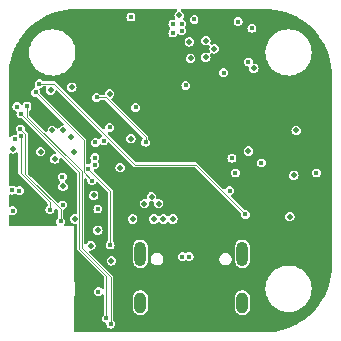
<source format=gbr>
%TF.GenerationSoftware,KiCad,Pcbnew,8.0.3-8.0.3-0~ubuntu24.04.1*%
%TF.CreationDate,2024-07-13T12:59:08+02:00*%
%TF.ProjectId,erace-rx-v2,65726163-652d-4727-982d-76322e6b6963,rev?*%
%TF.SameCoordinates,Original*%
%TF.FileFunction,Copper,L3,Inr*%
%TF.FilePolarity,Positive*%
%FSLAX46Y46*%
G04 Gerber Fmt 4.6, Leading zero omitted, Abs format (unit mm)*
G04 Created by KiCad (PCBNEW 8.0.3-8.0.3-0~ubuntu24.04.1) date 2024-07-13 12:59:08*
%MOMM*%
%LPD*%
G01*
G04 APERTURE LIST*
%TA.AperFunction,ComponentPad*%
%ADD10O,1.000000X2.100000*%
%TD*%
%TA.AperFunction,ComponentPad*%
%ADD11O,1.000000X1.800000*%
%TD*%
%TA.AperFunction,ViaPad*%
%ADD12C,0.450000*%
%TD*%
%TA.AperFunction,ViaPad*%
%ADD13C,0.500000*%
%TD*%
%TA.AperFunction,Conductor*%
%ADD14C,0.090000*%
%TD*%
G04 APERTURE END LIST*
D10*
%TO.N,GND*%
%TO.C,J2*%
X60450000Y-70040000D03*
D11*
X60450000Y-74190000D03*
D10*
X69090000Y-70040000D03*
D11*
X69090000Y-74190000D03*
%TD*%
D12*
%TO.N,GND*%
X49650000Y-66400000D03*
X49600000Y-64650000D03*
X50200000Y-64700000D03*
X69900000Y-50950000D03*
D13*
X64700000Y-53500000D03*
X66700000Y-52700000D03*
D12*
X59650000Y-50000000D03*
D13*
X70050000Y-54350000D03*
X53900000Y-64350000D03*
X54650000Y-55950000D03*
D12*
X63200000Y-50600000D03*
D13*
X53200000Y-62000000D03*
X66000000Y-52000000D03*
X62000000Y-65800000D03*
X63730002Y-49870000D03*
X63200000Y-67100000D03*
X66000000Y-53399994D03*
X49650010Y-61170000D03*
D12*
X75350000Y-63200000D03*
D13*
X57844990Y-56495023D03*
X60800000Y-65800000D03*
X53900000Y-59600000D03*
X58750000Y-62750000D03*
X64600000Y-52099984D03*
X52000000Y-61400000D03*
X56500000Y-65100000D03*
X59650000Y-60300000D03*
X69600000Y-61350000D03*
X54600000Y-60199998D03*
X62400000Y-67100000D03*
X73100000Y-66900000D03*
X59800000Y-67100000D03*
D12*
X56900000Y-73250000D03*
D13*
X54800000Y-61400000D03*
X54900000Y-67100000D03*
X56250000Y-69350000D03*
X53000000Y-59600000D03*
X61600000Y-67100000D03*
X61400000Y-65200000D03*
X52850000Y-56200000D03*
D12*
%TO.N,/IO9*%
X56750000Y-56800000D03*
X60900000Y-60600000D03*
D13*
%TO.N,Net-(Q1-D)*%
X58000000Y-70650000D03*
D12*
%TO.N,Net-(C7-Pad1)*%
X60050000Y-57650000D03*
X50000000Y-57600000D03*
%TO.N,Net-(U1-XTAL_N)*%
X57850000Y-59350000D03*
X49800000Y-60350000D03*
D13*
%TO.N,+3V3*%
X62000000Y-63200000D03*
X63400000Y-60000000D03*
X63400000Y-61200000D03*
X63800000Y-65000000D03*
X64600000Y-61200000D03*
X68250000Y-71160000D03*
X66400000Y-61800000D03*
X64600000Y-60000000D03*
X51200000Y-62600000D03*
X64400000Y-65600000D03*
X62200000Y-61200000D03*
X62600000Y-63800000D03*
X65200000Y-61800000D03*
X69300000Y-53000000D03*
D12*
X63100000Y-49800000D03*
D13*
X70720000Y-75160000D03*
X64400000Y-63200000D03*
X63200000Y-64400000D03*
X71250000Y-69430000D03*
X63200000Y-63200000D03*
D12*
X53911112Y-65072230D03*
X56699980Y-61250000D03*
D13*
X67000000Y-62400000D03*
X64000000Y-61800000D03*
X56050000Y-57850000D03*
X66400000Y-60600000D03*
X65000000Y-65000000D03*
X62800000Y-60600000D03*
X65609727Y-50228174D03*
D12*
X54900002Y-64600000D03*
D13*
X66600000Y-63100000D03*
X67000000Y-61200000D03*
X65000000Y-63800000D03*
X64400000Y-64400000D03*
X63800000Y-63800000D03*
X65900000Y-62400000D03*
X49650000Y-62550000D03*
X72100000Y-56250000D03*
X65800000Y-61200000D03*
X62800000Y-61800000D03*
X65800000Y-66200000D03*
X65200000Y-60600000D03*
X65800000Y-60000000D03*
X65600000Y-64400000D03*
X64000000Y-60600000D03*
X61600000Y-61800000D03*
X66400000Y-65600000D03*
X65000002Y-66950000D03*
%TO.N,Net-(Q2-D)*%
X56850000Y-68050000D03*
D12*
%TO.N,Net-(RF1-DCC_FB)*%
X68720000Y-50390000D03*
X64300000Y-55800000D03*
%TO.N,VCC*%
X51900000Y-55650000D03*
X69350000Y-66700000D03*
%TO.N,/IO3*%
X56050000Y-62850000D03*
X57900000Y-69300000D03*
X70700000Y-62350000D03*
%TO.N,/IO2*%
X56350000Y-63850000D03*
X51586243Y-56374019D03*
%TO.N,/IO0*%
X67500000Y-54700000D03*
X53870000Y-65903824D03*
%TO.N,/SS*%
X56580000Y-62490000D03*
X63200000Y-51350000D03*
%TO.N,/IO1*%
X69600000Y-53800000D03*
X53850000Y-63550000D03*
%TO.N,/MISO*%
X56600000Y-61900000D03*
X65010000Y-50210000D03*
%TO.N,/MOSI*%
X63950000Y-50574997D03*
X57340002Y-60490000D03*
%TO.N,/SCK*%
X56637970Y-60624749D03*
X63950000Y-51150000D03*
D13*
%TO.N,Net-(P3-Pad1)*%
X73650000Y-59600000D03*
%TO.N,Net-(P4-Pad1)*%
X73450000Y-63400000D03*
D12*
%TO.N,/IO20*%
X50300000Y-59480000D03*
X68000000Y-64700000D03*
X53700000Y-67300000D03*
%TO.N,/IO21*%
X68500000Y-63200000D03*
X50307928Y-60080487D03*
X52800000Y-66300000D03*
%TO.N,/CH_4*%
X68200000Y-61950000D03*
X56850000Y-66250000D03*
%TO.N,/USBD-*%
X57950000Y-76000000D03*
X50852615Y-57537934D03*
X64000000Y-70300000D03*
%TO.N,/USBD+*%
X50330580Y-58189420D03*
X64575003Y-70300000D03*
X57567763Y-75499031D03*
%TD*%
D14*
%TO.N,/IO21*%
X50307928Y-60080487D02*
X50307928Y-63207928D01*
X50307928Y-63207928D02*
X52800000Y-65700000D01*
X52800000Y-65700000D02*
X52800000Y-66300000D01*
%TO.N,/IO9*%
X57500000Y-56800000D02*
X56750000Y-56800000D01*
X60900000Y-60200000D02*
X57500000Y-56800000D01*
X60900000Y-60600000D02*
X60900000Y-60200000D01*
%TO.N,VCC*%
X51900000Y-55650000D02*
X53150000Y-55650000D01*
X65150000Y-62500000D02*
X69350000Y-66700000D01*
X60000000Y-62500000D02*
X62100000Y-62500000D01*
X62100000Y-62500000D02*
X65150000Y-62500000D01*
X53150000Y-55650000D02*
X60000000Y-62500000D01*
%TO.N,/IO3*%
X56050000Y-62850000D02*
X57900000Y-64700000D01*
X57900000Y-64700000D02*
X57900000Y-69300000D01*
%TO.N,/IO2*%
X56350000Y-63850000D02*
X55655000Y-63155000D01*
X55655000Y-63155000D02*
X55655000Y-60442776D01*
X55655000Y-60442776D02*
X51586243Y-56374019D01*
%TO.N,/USBD-*%
X57962763Y-75987237D02*
X57962763Y-72043524D01*
X55475000Y-63079283D02*
X50852615Y-58456898D01*
X55475000Y-69555761D02*
X55475000Y-63079283D01*
X57962763Y-72043524D02*
X55475000Y-69555761D01*
X50852615Y-58456898D02*
X50852615Y-57537934D01*
X57950000Y-76000000D02*
X57962763Y-75987237D01*
%TO.N,/USBD+*%
X57567763Y-71903082D02*
X57567763Y-75499031D01*
X55295001Y-69481202D02*
X55295000Y-69630319D01*
X55295000Y-69630319D02*
X57567763Y-71903082D01*
X55295001Y-63153842D02*
X55295000Y-63162731D01*
X50330580Y-58189421D02*
X55295001Y-63153842D01*
X55295000Y-63162731D02*
X55295001Y-69481202D01*
X50330580Y-58189420D02*
X50330580Y-58189421D01*
%TO.N,/IO20*%
X53700000Y-66292439D02*
X53700000Y-67300000D01*
X50702928Y-59882928D02*
X50702928Y-63295367D01*
X50702928Y-63295367D02*
X53700000Y-66292439D01*
X50300000Y-59480000D02*
X50702928Y-59882928D01*
%TD*%
%TA.AperFunction,Conductor*%
%TO.N,+3V3*%
G36*
X63516075Y-49320185D02*
G01*
X63561830Y-49372989D01*
X63571774Y-49442147D01*
X63542749Y-49505703D01*
X63505333Y-49534982D01*
X63491994Y-49541779D01*
X63491658Y-49541951D01*
X63491654Y-49541954D01*
X63401956Y-49631652D01*
X63401953Y-49631657D01*
X63344354Y-49744698D01*
X63344354Y-49744699D01*
X63324510Y-49869996D01*
X63324510Y-49870003D01*
X63344354Y-49995300D01*
X63344356Y-49995306D01*
X63370981Y-50047559D01*
X63383878Y-50116228D01*
X63357602Y-50180968D01*
X63300496Y-50221226D01*
X63241102Y-50226328D01*
X63200000Y-50219819D01*
X63199997Y-50219819D01*
X63082522Y-50238424D01*
X63082521Y-50238424D01*
X62976533Y-50292428D01*
X62976529Y-50292431D01*
X62892431Y-50376529D01*
X62892428Y-50376533D01*
X62892427Y-50376535D01*
X62838426Y-50482518D01*
X62838425Y-50482519D01*
X62838425Y-50482521D01*
X62819819Y-50599996D01*
X62819819Y-50600003D01*
X62838424Y-50717477D01*
X62838424Y-50717478D01*
X62838425Y-50717481D01*
X62838426Y-50717482D01*
X62879687Y-50798462D01*
X62892428Y-50823466D01*
X62892431Y-50823470D01*
X62956280Y-50887319D01*
X62989765Y-50948642D01*
X62984781Y-51018334D01*
X62956280Y-51062681D01*
X62892431Y-51126529D01*
X62892428Y-51126533D01*
X62838424Y-51232521D01*
X62838424Y-51232522D01*
X62819819Y-51349996D01*
X62819819Y-51350003D01*
X62838424Y-51467477D01*
X62838424Y-51467478D01*
X62838425Y-51467481D01*
X62838426Y-51467482D01*
X62860892Y-51511575D01*
X62892428Y-51573466D01*
X62892431Y-51573470D01*
X62976529Y-51657568D01*
X62976533Y-51657571D01*
X62976535Y-51657573D01*
X63082518Y-51711574D01*
X63082520Y-51711574D01*
X63082522Y-51711575D01*
X63199997Y-51730181D01*
X63200000Y-51730181D01*
X63200003Y-51730181D01*
X63317477Y-51711575D01*
X63317478Y-51711575D01*
X63317479Y-51711574D01*
X63317482Y-51711574D01*
X63423465Y-51657573D01*
X63507573Y-51573465D01*
X63543914Y-51502140D01*
X63591886Y-51451345D01*
X63659707Y-51434549D01*
X63717311Y-51454178D01*
X63717840Y-51453142D01*
X63725046Y-51456814D01*
X63725842Y-51457085D01*
X63726492Y-51457550D01*
X63726532Y-51457570D01*
X63726535Y-51457573D01*
X63832518Y-51511574D01*
X63832520Y-51511574D01*
X63832522Y-51511575D01*
X63949997Y-51530181D01*
X63950000Y-51530181D01*
X63950003Y-51530181D01*
X64067477Y-51511575D01*
X64067478Y-51511575D01*
X64067479Y-51511574D01*
X64067482Y-51511574D01*
X64173465Y-51457573D01*
X64257573Y-51373465D01*
X64311574Y-51267482D01*
X64311575Y-51267477D01*
X64330181Y-51150003D01*
X64330181Y-51149996D01*
X64311575Y-51032522D01*
X64311575Y-51032521D01*
X64311574Y-51032519D01*
X64311574Y-51032518D01*
X64269527Y-50949996D01*
X69519819Y-50949996D01*
X69519819Y-50950003D01*
X69538424Y-51067477D01*
X69538424Y-51067478D01*
X69538425Y-51067481D01*
X69538426Y-51067482D01*
X69567085Y-51123729D01*
X69592428Y-51173466D01*
X69592431Y-51173470D01*
X69676529Y-51257568D01*
X69676533Y-51257571D01*
X69676535Y-51257573D01*
X69782518Y-51311574D01*
X69782520Y-51311574D01*
X69782522Y-51311575D01*
X69899997Y-51330181D01*
X69900000Y-51330181D01*
X69900003Y-51330181D01*
X70017477Y-51311575D01*
X70017478Y-51311575D01*
X70017479Y-51311574D01*
X70017482Y-51311574D01*
X70123465Y-51257573D01*
X70207573Y-51173465D01*
X70261574Y-51067482D01*
X70262059Y-51064422D01*
X70280181Y-50950003D01*
X70280181Y-50949996D01*
X70261575Y-50832522D01*
X70261575Y-50832521D01*
X70261574Y-50832519D01*
X70261574Y-50832518D01*
X70207573Y-50726535D01*
X70207571Y-50726533D01*
X70207568Y-50726529D01*
X70123470Y-50642431D01*
X70123466Y-50642428D01*
X70123465Y-50642427D01*
X70017482Y-50588426D01*
X70017480Y-50588425D01*
X70017477Y-50588424D01*
X69900003Y-50569819D01*
X69899997Y-50569819D01*
X69782522Y-50588424D01*
X69782521Y-50588424D01*
X69676533Y-50642428D01*
X69676529Y-50642431D01*
X69592431Y-50726529D01*
X69592428Y-50726533D01*
X69538424Y-50832521D01*
X69538424Y-50832522D01*
X69519819Y-50949996D01*
X64269527Y-50949996D01*
X64257573Y-50926535D01*
X64257570Y-50926532D01*
X64253627Y-50918793D01*
X64240731Y-50850124D01*
X64253628Y-50806203D01*
X64257571Y-50798463D01*
X64257573Y-50798462D01*
X64311574Y-50692479D01*
X64311575Y-50692474D01*
X64330181Y-50575000D01*
X64330181Y-50574993D01*
X64311575Y-50457519D01*
X64311575Y-50457518D01*
X64311574Y-50457516D01*
X64311574Y-50457515D01*
X64257573Y-50351532D01*
X64257571Y-50351530D01*
X64257568Y-50351526D01*
X64173470Y-50267428D01*
X64173467Y-50267426D01*
X64173465Y-50267424D01*
X64127972Y-50244244D01*
X64091710Y-50209996D01*
X64629819Y-50209996D01*
X64629819Y-50210003D01*
X64648424Y-50327477D01*
X64648424Y-50327478D01*
X64648425Y-50327481D01*
X64648426Y-50327482D01*
X64680280Y-50390000D01*
X64702428Y-50433466D01*
X64702431Y-50433470D01*
X64786529Y-50517568D01*
X64786533Y-50517571D01*
X64786535Y-50517573D01*
X64892518Y-50571574D01*
X64892520Y-50571574D01*
X64892522Y-50571575D01*
X65009997Y-50590181D01*
X65010000Y-50590181D01*
X65010003Y-50590181D01*
X65127477Y-50571575D01*
X65127478Y-50571575D01*
X65127479Y-50571574D01*
X65127482Y-50571574D01*
X65233465Y-50517573D01*
X65317573Y-50433465D01*
X65339722Y-50389996D01*
X68339819Y-50389996D01*
X68339819Y-50390003D01*
X68358424Y-50507477D01*
X68358424Y-50507478D01*
X68358425Y-50507481D01*
X68358426Y-50507482D01*
X68405566Y-50600000D01*
X68412428Y-50613466D01*
X68412431Y-50613470D01*
X68496529Y-50697568D01*
X68496533Y-50697571D01*
X68496535Y-50697573D01*
X68602518Y-50751574D01*
X68602520Y-50751574D01*
X68602522Y-50751575D01*
X68719997Y-50770181D01*
X68720000Y-50770181D01*
X68720003Y-50770181D01*
X68837477Y-50751575D01*
X68837478Y-50751575D01*
X68837479Y-50751574D01*
X68837482Y-50751574D01*
X68943465Y-50697573D01*
X69027573Y-50613465D01*
X69081574Y-50507482D01*
X69081575Y-50507477D01*
X69100181Y-50390003D01*
X69100181Y-50389996D01*
X69081575Y-50272522D01*
X69081575Y-50272521D01*
X69081574Y-50272519D01*
X69081574Y-50272518D01*
X69027573Y-50166535D01*
X69027571Y-50166533D01*
X69027568Y-50166529D01*
X68943470Y-50082431D01*
X68943466Y-50082428D01*
X68943465Y-50082427D01*
X68837482Y-50028426D01*
X68837480Y-50028425D01*
X68837477Y-50028424D01*
X68720003Y-50009819D01*
X68719997Y-50009819D01*
X68602522Y-50028424D01*
X68602521Y-50028424D01*
X68496533Y-50082428D01*
X68496529Y-50082431D01*
X68412431Y-50166529D01*
X68412428Y-50166533D01*
X68358424Y-50272521D01*
X68358424Y-50272522D01*
X68339819Y-50389996D01*
X65339722Y-50389996D01*
X65371574Y-50327482D01*
X65374728Y-50307568D01*
X65390181Y-50210003D01*
X65390181Y-50209996D01*
X65371575Y-50092522D01*
X65371575Y-50092521D01*
X65371574Y-50092519D01*
X65371574Y-50092518D01*
X65317573Y-49986535D01*
X65317571Y-49986533D01*
X65317568Y-49986529D01*
X65233470Y-49902431D01*
X65233466Y-49902428D01*
X65233465Y-49902427D01*
X65127482Y-49848426D01*
X65127480Y-49848425D01*
X65127477Y-49848424D01*
X65010003Y-49829819D01*
X65009997Y-49829819D01*
X64892522Y-49848424D01*
X64892521Y-49848424D01*
X64786533Y-49902428D01*
X64786529Y-49902431D01*
X64702431Y-49986529D01*
X64702428Y-49986533D01*
X64648424Y-50092521D01*
X64648424Y-50092522D01*
X64629819Y-50209996D01*
X64091710Y-50209996D01*
X64077177Y-50196270D01*
X64060382Y-50128449D01*
X64073782Y-50077468D01*
X64115648Y-49995304D01*
X64117037Y-49986535D01*
X64135494Y-49870003D01*
X64135494Y-49869996D01*
X64115649Y-49744699D01*
X64115649Y-49744698D01*
X64109517Y-49732663D01*
X64058052Y-49631658D01*
X64058048Y-49631654D01*
X64058047Y-49631652D01*
X63968349Y-49541954D01*
X63968345Y-49541951D01*
X63968344Y-49541950D01*
X63954671Y-49534983D01*
X63903877Y-49487011D01*
X63887082Y-49419190D01*
X63909619Y-49353055D01*
X63964334Y-49309603D01*
X64010968Y-49300500D01*
X70952405Y-49300500D01*
X70997575Y-49300500D01*
X71002443Y-49300596D01*
X71442304Y-49317878D01*
X71451999Y-49318640D01*
X71886780Y-49370099D01*
X71896376Y-49371620D01*
X72325764Y-49457031D01*
X72335195Y-49459295D01*
X72756553Y-49578130D01*
X72765787Y-49581130D01*
X72983588Y-49661481D01*
X73176534Y-49732663D01*
X73185528Y-49736389D01*
X73583092Y-49919667D01*
X73591768Y-49924088D01*
X73973734Y-50138000D01*
X73982036Y-50143087D01*
X74175749Y-50272522D01*
X74293995Y-50351532D01*
X74346031Y-50386301D01*
X74353905Y-50392022D01*
X74697711Y-50663056D01*
X74705102Y-50669369D01*
X75026583Y-50966543D01*
X75033456Y-50973416D01*
X75305288Y-51267482D01*
X75330625Y-51294891D01*
X75336945Y-51302291D01*
X75393055Y-51373466D01*
X75607975Y-51646091D01*
X75613698Y-51653968D01*
X75856912Y-52017963D01*
X75861999Y-52026265D01*
X76075911Y-52408231D01*
X76080332Y-52416907D01*
X76263610Y-52814471D01*
X76267336Y-52823465D01*
X76418865Y-53234199D01*
X76421873Y-53243460D01*
X76540699Y-53664787D01*
X76542972Y-53674254D01*
X76628377Y-54103613D01*
X76629901Y-54113230D01*
X76681358Y-54547995D01*
X76682121Y-54557700D01*
X76699404Y-54997555D01*
X76699500Y-55002424D01*
X76699500Y-70997575D01*
X76699404Y-71002444D01*
X76682121Y-71442299D01*
X76681358Y-71452004D01*
X76629901Y-71886769D01*
X76628377Y-71896386D01*
X76542972Y-72325745D01*
X76540699Y-72335212D01*
X76421873Y-72756539D01*
X76418865Y-72765800D01*
X76267336Y-73176534D01*
X76263610Y-73185528D01*
X76080332Y-73583092D01*
X76075911Y-73591768D01*
X75861999Y-73973734D01*
X75856912Y-73982036D01*
X75613698Y-74346031D01*
X75607975Y-74353908D01*
X75336948Y-74697705D01*
X75330625Y-74705108D01*
X75033462Y-75026577D01*
X75026577Y-75033462D01*
X74705108Y-75330625D01*
X74697705Y-75336948D01*
X74353908Y-75607975D01*
X74346031Y-75613698D01*
X73982036Y-75856912D01*
X73973734Y-75861999D01*
X73591768Y-76075911D01*
X73583092Y-76080332D01*
X73185528Y-76263610D01*
X73176534Y-76267336D01*
X72765800Y-76418865D01*
X72756539Y-76421873D01*
X72335212Y-76540699D01*
X72325745Y-76542972D01*
X71896386Y-76628377D01*
X71886769Y-76629901D01*
X71452004Y-76681358D01*
X71442299Y-76682121D01*
X71030872Y-76698287D01*
X71002442Y-76699404D01*
X70997575Y-76699500D01*
X55002426Y-76699500D01*
X54997557Y-76699404D01*
X54969131Y-76698287D01*
X54902916Y-76675986D01*
X54859270Y-76621426D01*
X54850000Y-76574383D01*
X54850000Y-73643730D01*
X54857818Y-73600397D01*
X54858230Y-73599292D01*
X54876271Y-73550923D01*
X54934179Y-73284724D01*
X54935577Y-73278299D01*
X54935577Y-73278298D01*
X54935578Y-73278294D01*
X54955482Y-73000000D01*
X54935578Y-72721706D01*
X54876271Y-72449077D01*
X54857818Y-72399601D01*
X54850000Y-72356268D01*
X54850000Y-67690849D01*
X54827522Y-67649684D01*
X54832506Y-67579992D01*
X54874378Y-67524059D01*
X54929286Y-67500853D01*
X54956102Y-67496606D01*
X55025394Y-67505560D01*
X55078847Y-67550555D01*
X55099487Y-67617307D01*
X55099500Y-67619079D01*
X55099501Y-68839500D01*
X55099501Y-69442314D01*
X55099500Y-69591431D01*
X55099500Y-69591432D01*
X55099500Y-69669206D01*
X55103163Y-69678050D01*
X55104044Y-69680175D01*
X55104045Y-69680180D01*
X55104046Y-69680180D01*
X55104046Y-69680181D01*
X55129262Y-69741060D01*
X55129263Y-69741061D01*
X55129264Y-69741062D01*
X57335944Y-71947741D01*
X57369429Y-72009064D01*
X57372263Y-72035422D01*
X57372263Y-72891862D01*
X57352578Y-72958901D01*
X57299774Y-73004656D01*
X57230616Y-73014600D01*
X57167060Y-72985575D01*
X57160582Y-72979543D01*
X57123470Y-72942431D01*
X57123466Y-72942428D01*
X57123465Y-72942427D01*
X57017482Y-72888426D01*
X57017480Y-72888425D01*
X57017477Y-72888424D01*
X56900003Y-72869819D01*
X56899997Y-72869819D01*
X56782522Y-72888424D01*
X56782521Y-72888424D01*
X56676533Y-72942428D01*
X56676529Y-72942431D01*
X56592431Y-73026529D01*
X56592428Y-73026533D01*
X56538424Y-73132521D01*
X56538424Y-73132522D01*
X56519819Y-73249996D01*
X56519819Y-73250003D01*
X56538424Y-73367477D01*
X56538424Y-73367478D01*
X56538425Y-73367481D01*
X56538426Y-73367482D01*
X56586359Y-73461556D01*
X56592428Y-73473466D01*
X56592431Y-73473470D01*
X56676529Y-73557568D01*
X56676533Y-73557571D01*
X56676535Y-73557573D01*
X56782518Y-73611574D01*
X56782520Y-73611574D01*
X56782522Y-73611575D01*
X56899997Y-73630181D01*
X56900000Y-73630181D01*
X56900003Y-73630181D01*
X57017477Y-73611575D01*
X57017478Y-73611575D01*
X57017479Y-73611574D01*
X57017482Y-73611574D01*
X57123465Y-73557573D01*
X57130122Y-73550916D01*
X57160582Y-73520457D01*
X57221905Y-73486972D01*
X57291597Y-73491956D01*
X57347530Y-73533828D01*
X57371947Y-73599292D01*
X57372263Y-73608138D01*
X57372263Y-75112130D01*
X57352578Y-75179169D01*
X57335944Y-75199811D01*
X57260194Y-75275560D01*
X57260191Y-75275564D01*
X57206187Y-75381552D01*
X57206187Y-75381553D01*
X57187582Y-75499027D01*
X57187582Y-75499034D01*
X57206187Y-75616508D01*
X57206187Y-75616509D01*
X57206188Y-75616512D01*
X57206189Y-75616513D01*
X57255628Y-75713543D01*
X57260191Y-75722497D01*
X57260194Y-75722501D01*
X57344292Y-75806599D01*
X57344296Y-75806602D01*
X57344298Y-75806604D01*
X57450281Y-75860605D01*
X57465958Y-75863087D01*
X57529091Y-75893016D01*
X57566023Y-75952326D01*
X57568192Y-75990241D01*
X57569819Y-75990241D01*
X57569819Y-76000003D01*
X57588424Y-76117477D01*
X57588424Y-76117478D01*
X57642428Y-76223466D01*
X57642431Y-76223470D01*
X57726529Y-76307568D01*
X57726533Y-76307571D01*
X57726535Y-76307573D01*
X57832518Y-76361574D01*
X57832520Y-76361574D01*
X57832522Y-76361575D01*
X57949997Y-76380181D01*
X57950000Y-76380181D01*
X57950003Y-76380181D01*
X58067477Y-76361575D01*
X58067478Y-76361575D01*
X58067479Y-76361574D01*
X58067482Y-76361574D01*
X58173465Y-76307573D01*
X58257573Y-76223465D01*
X58311574Y-76117482D01*
X58318158Y-76075911D01*
X58330181Y-76000003D01*
X58330181Y-75999996D01*
X58311575Y-75882522D01*
X58311575Y-75882521D01*
X58311574Y-75882519D01*
X58311574Y-75882518D01*
X58257573Y-75776535D01*
X58257571Y-75776533D01*
X58257568Y-75776529D01*
X58194582Y-75713543D01*
X58161097Y-75652220D01*
X58158263Y-75625862D01*
X58158263Y-74654071D01*
X59799499Y-74654071D01*
X59824497Y-74779738D01*
X59824499Y-74779744D01*
X59873533Y-74898124D01*
X59873538Y-74898133D01*
X59944723Y-75004668D01*
X59944726Y-75004672D01*
X60035327Y-75095273D01*
X60035331Y-75095276D01*
X60141866Y-75166461D01*
X60141872Y-75166464D01*
X60141873Y-75166465D01*
X60260256Y-75215501D01*
X60260260Y-75215501D01*
X60260261Y-75215502D01*
X60385928Y-75240500D01*
X60385931Y-75240500D01*
X60514071Y-75240500D01*
X60598615Y-75223682D01*
X60639744Y-75215501D01*
X60758127Y-75166465D01*
X60864669Y-75095276D01*
X60955276Y-75004669D01*
X61026465Y-74898127D01*
X61075501Y-74779744D01*
X61083682Y-74738615D01*
X61100500Y-74654071D01*
X68439499Y-74654071D01*
X68464497Y-74779738D01*
X68464499Y-74779744D01*
X68513533Y-74898124D01*
X68513538Y-74898133D01*
X68584723Y-75004668D01*
X68584726Y-75004672D01*
X68675327Y-75095273D01*
X68675331Y-75095276D01*
X68781866Y-75166461D01*
X68781872Y-75166464D01*
X68781873Y-75166465D01*
X68900256Y-75215501D01*
X68900260Y-75215501D01*
X68900261Y-75215502D01*
X69025928Y-75240500D01*
X69025931Y-75240500D01*
X69154071Y-75240500D01*
X69238615Y-75223682D01*
X69279744Y-75215501D01*
X69398127Y-75166465D01*
X69504669Y-75095276D01*
X69595276Y-75004669D01*
X69666465Y-74898127D01*
X69715501Y-74779744D01*
X69723682Y-74738615D01*
X69740500Y-74654071D01*
X69740500Y-73725928D01*
X69715502Y-73600261D01*
X69715501Y-73600260D01*
X69715501Y-73600256D01*
X69666465Y-73481873D01*
X69666464Y-73481872D01*
X69666461Y-73481866D01*
X69595276Y-73375331D01*
X69595273Y-73375327D01*
X69504672Y-73284726D01*
X69504668Y-73284723D01*
X69398133Y-73213538D01*
X69398124Y-73213533D01*
X69279744Y-73164499D01*
X69279738Y-73164497D01*
X69154071Y-73139500D01*
X69154069Y-73139500D01*
X69025931Y-73139500D01*
X69025929Y-73139500D01*
X68900261Y-73164497D01*
X68900255Y-73164499D01*
X68781875Y-73213533D01*
X68781866Y-73213538D01*
X68675331Y-73284723D01*
X68675327Y-73284726D01*
X68584726Y-73375327D01*
X68584723Y-73375331D01*
X68513538Y-73481866D01*
X68513533Y-73481875D01*
X68464499Y-73600255D01*
X68464497Y-73600261D01*
X68439500Y-73725928D01*
X68439500Y-73725931D01*
X68439500Y-74654069D01*
X68439500Y-74654071D01*
X68439499Y-74654071D01*
X61100500Y-74654071D01*
X61100500Y-73725928D01*
X61075502Y-73600261D01*
X61075501Y-73600260D01*
X61075501Y-73600256D01*
X61026465Y-73481873D01*
X61026464Y-73481872D01*
X61026461Y-73481866D01*
X60955276Y-73375331D01*
X60955273Y-73375327D01*
X60864672Y-73284726D01*
X60864668Y-73284723D01*
X60758133Y-73213538D01*
X60758124Y-73213533D01*
X60639744Y-73164499D01*
X60639738Y-73164497D01*
X60514071Y-73139500D01*
X60514069Y-73139500D01*
X60385931Y-73139500D01*
X60385929Y-73139500D01*
X60260261Y-73164497D01*
X60260255Y-73164499D01*
X60141875Y-73213533D01*
X60141866Y-73213538D01*
X60035331Y-73284723D01*
X60035327Y-73284726D01*
X59944726Y-73375327D01*
X59944723Y-73375331D01*
X59873538Y-73481866D01*
X59873533Y-73481875D01*
X59824499Y-73600255D01*
X59824497Y-73600261D01*
X59799500Y-73725928D01*
X59799500Y-73725931D01*
X59799500Y-74654069D01*
X59799500Y-74654071D01*
X59799499Y-74654071D01*
X58158263Y-74654071D01*
X58158263Y-72999998D01*
X71044518Y-72999998D01*
X71044518Y-73000001D01*
X71064422Y-73278299D01*
X71117281Y-73521283D01*
X71123729Y-73550923D01*
X71142131Y-73600261D01*
X71221231Y-73812338D01*
X71221233Y-73812342D01*
X71354940Y-74057207D01*
X71354945Y-74057215D01*
X71522138Y-74280560D01*
X71522154Y-74280578D01*
X71719421Y-74477845D01*
X71719439Y-74477861D01*
X71942784Y-74645054D01*
X71942792Y-74645059D01*
X72187657Y-74778766D01*
X72187661Y-74778768D01*
X72187663Y-74778769D01*
X72449077Y-74876271D01*
X72549547Y-74898127D01*
X72721700Y-74935577D01*
X72721702Y-74935577D01*
X72721706Y-74935578D01*
X72969014Y-74953265D01*
X72999999Y-74955482D01*
X73000000Y-74955482D01*
X73000001Y-74955482D01*
X73027881Y-74953487D01*
X73278294Y-74935578D01*
X73550923Y-74876271D01*
X73812337Y-74778769D01*
X74057213Y-74645056D01*
X74280568Y-74477855D01*
X74477855Y-74280568D01*
X74645056Y-74057213D01*
X74778769Y-73812337D01*
X74876271Y-73550923D01*
X74934179Y-73284724D01*
X74935577Y-73278299D01*
X74935577Y-73278298D01*
X74935578Y-73278294D01*
X74955482Y-73000000D01*
X74935578Y-72721706D01*
X74876271Y-72449077D01*
X74778769Y-72187663D01*
X74748679Y-72132558D01*
X74645059Y-71942792D01*
X74645054Y-71942784D01*
X74477861Y-71719439D01*
X74477845Y-71719421D01*
X74280578Y-71522154D01*
X74280560Y-71522138D01*
X74057215Y-71354945D01*
X74057207Y-71354940D01*
X73812342Y-71221233D01*
X73812338Y-71221231D01*
X73713230Y-71184266D01*
X73550923Y-71123729D01*
X73550919Y-71123728D01*
X73550916Y-71123727D01*
X73278299Y-71064422D01*
X73000001Y-71044518D01*
X72999999Y-71044518D01*
X72721700Y-71064422D01*
X72449083Y-71123727D01*
X72449078Y-71123728D01*
X72449077Y-71123729D01*
X72385875Y-71147301D01*
X72187661Y-71221231D01*
X72187657Y-71221233D01*
X71942792Y-71354940D01*
X71942784Y-71354945D01*
X71719439Y-71522138D01*
X71719421Y-71522154D01*
X71522154Y-71719421D01*
X71522138Y-71719439D01*
X71354945Y-71942784D01*
X71354940Y-71942792D01*
X71221233Y-72187657D01*
X71221231Y-72187661D01*
X71123727Y-72449083D01*
X71064422Y-72721700D01*
X71044518Y-72999998D01*
X58158263Y-72999998D01*
X58158263Y-72004638D01*
X58158261Y-72004633D01*
X58128502Y-71932784D01*
X56845714Y-70649996D01*
X57594508Y-70649996D01*
X57594508Y-70650003D01*
X57614352Y-70775300D01*
X57614352Y-70775301D01*
X57614354Y-70775304D01*
X57671950Y-70888342D01*
X57671952Y-70888344D01*
X57671954Y-70888347D01*
X57761652Y-70978045D01*
X57761654Y-70978046D01*
X57761658Y-70978050D01*
X57874696Y-71035646D01*
X57874697Y-71035646D01*
X57874699Y-71035647D01*
X57999997Y-71055492D01*
X58000000Y-71055492D01*
X58000003Y-71055492D01*
X58125300Y-71035647D01*
X58125301Y-71035647D01*
X58125302Y-71035646D01*
X58125304Y-71035646D01*
X58238342Y-70978050D01*
X58328050Y-70888342D01*
X58385646Y-70775304D01*
X58385646Y-70775302D01*
X58385647Y-70775301D01*
X58385647Y-70775300D01*
X58404848Y-70654071D01*
X59799499Y-70654071D01*
X59824497Y-70779738D01*
X59824499Y-70779744D01*
X59873533Y-70898124D01*
X59873538Y-70898133D01*
X59944723Y-71004668D01*
X59944726Y-71004672D01*
X60035327Y-71095273D01*
X60035331Y-71095276D01*
X60141866Y-71166461D01*
X60141872Y-71166464D01*
X60141873Y-71166465D01*
X60260256Y-71215501D01*
X60260260Y-71215501D01*
X60260261Y-71215502D01*
X60385928Y-71240500D01*
X60385931Y-71240500D01*
X60514071Y-71240500D01*
X60610938Y-71221231D01*
X60639744Y-71215501D01*
X60758127Y-71166465D01*
X60864669Y-71095276D01*
X60955276Y-71004669D01*
X61026465Y-70898127D01*
X61075501Y-70779744D01*
X61088810Y-70712836D01*
X61100500Y-70654071D01*
X61100500Y-70440817D01*
X61354500Y-70440817D01*
X61354500Y-70579183D01*
X61376577Y-70661574D01*
X61390312Y-70712835D01*
X61390313Y-70712838D01*
X61459492Y-70832661D01*
X61459494Y-70832664D01*
X61459495Y-70832665D01*
X61557335Y-70930505D01*
X61677164Y-70999688D01*
X61810817Y-71035500D01*
X61810819Y-71035500D01*
X61949181Y-71035500D01*
X61949183Y-71035500D01*
X62082836Y-70999688D01*
X62202665Y-70930505D01*
X62300505Y-70832665D01*
X62369688Y-70712836D01*
X62405500Y-70579183D01*
X62405500Y-70440817D01*
X62369688Y-70307164D01*
X62365550Y-70299996D01*
X63619819Y-70299996D01*
X63619819Y-70300003D01*
X63638424Y-70417477D01*
X63638424Y-70417478D01*
X63692428Y-70523466D01*
X63692431Y-70523470D01*
X63776529Y-70607568D01*
X63776533Y-70607571D01*
X63776535Y-70607573D01*
X63882518Y-70661574D01*
X63882520Y-70661574D01*
X63882522Y-70661575D01*
X63999997Y-70680181D01*
X64000000Y-70680181D01*
X64000003Y-70680181D01*
X64117477Y-70661575D01*
X64117478Y-70661574D01*
X64117482Y-70661574D01*
X64223465Y-70607573D01*
X64223466Y-70607571D01*
X64231206Y-70603628D01*
X64299875Y-70590731D01*
X64343796Y-70603627D01*
X64351535Y-70607570D01*
X64351538Y-70607573D01*
X64457521Y-70661574D01*
X64457523Y-70661574D01*
X64457525Y-70661575D01*
X64575000Y-70680181D01*
X64575003Y-70680181D01*
X64575006Y-70680181D01*
X64692480Y-70661575D01*
X64692481Y-70661575D01*
X64692482Y-70661574D01*
X64692485Y-70661574D01*
X64798468Y-70607573D01*
X64882576Y-70523465D01*
X64924687Y-70440817D01*
X67134500Y-70440817D01*
X67134500Y-70579183D01*
X67156577Y-70661574D01*
X67170312Y-70712835D01*
X67170313Y-70712838D01*
X67239492Y-70832661D01*
X67239494Y-70832664D01*
X67239495Y-70832665D01*
X67337335Y-70930505D01*
X67457164Y-70999688D01*
X67590817Y-71035500D01*
X67590819Y-71035500D01*
X67729181Y-71035500D01*
X67729183Y-71035500D01*
X67862836Y-70999688D01*
X67982665Y-70930505D01*
X68080505Y-70832665D01*
X68149688Y-70712836D01*
X68165434Y-70654071D01*
X68439499Y-70654071D01*
X68464497Y-70779738D01*
X68464499Y-70779744D01*
X68513533Y-70898124D01*
X68513538Y-70898133D01*
X68584723Y-71004668D01*
X68584726Y-71004672D01*
X68675327Y-71095273D01*
X68675331Y-71095276D01*
X68781866Y-71166461D01*
X68781872Y-71166464D01*
X68781873Y-71166465D01*
X68900256Y-71215501D01*
X68900260Y-71215501D01*
X68900261Y-71215502D01*
X69025928Y-71240500D01*
X69025931Y-71240500D01*
X69154071Y-71240500D01*
X69250938Y-71221231D01*
X69279744Y-71215501D01*
X69398127Y-71166465D01*
X69504669Y-71095276D01*
X69595276Y-71004669D01*
X69666465Y-70898127D01*
X69715501Y-70779744D01*
X69728810Y-70712836D01*
X69740500Y-70654071D01*
X69740500Y-69425928D01*
X69715502Y-69300261D01*
X69715501Y-69300260D01*
X69715501Y-69300256D01*
X69666734Y-69182522D01*
X69666466Y-69181875D01*
X69666461Y-69181866D01*
X69595276Y-69075331D01*
X69595273Y-69075327D01*
X69504672Y-68984726D01*
X69504668Y-68984723D01*
X69398133Y-68913538D01*
X69398124Y-68913533D01*
X69279744Y-68864499D01*
X69279738Y-68864497D01*
X69154071Y-68839500D01*
X69154069Y-68839500D01*
X69025931Y-68839500D01*
X69025929Y-68839500D01*
X68900261Y-68864497D01*
X68900255Y-68864499D01*
X68781875Y-68913533D01*
X68781866Y-68913538D01*
X68675331Y-68984723D01*
X68675327Y-68984726D01*
X68584726Y-69075327D01*
X68584723Y-69075331D01*
X68513538Y-69181866D01*
X68513533Y-69181875D01*
X68464499Y-69300255D01*
X68464497Y-69300261D01*
X68439500Y-69425928D01*
X68439500Y-69425931D01*
X68439500Y-70654069D01*
X68439500Y-70654071D01*
X68439499Y-70654071D01*
X68165434Y-70654071D01*
X68185500Y-70579183D01*
X68185500Y-70440817D01*
X68149688Y-70307164D01*
X68080505Y-70187335D01*
X67982665Y-70089495D01*
X67982664Y-70089494D01*
X67982661Y-70089492D01*
X67862838Y-70020313D01*
X67862837Y-70020312D01*
X67862836Y-70020312D01*
X67729183Y-69984500D01*
X67590817Y-69984500D01*
X67457164Y-70020312D01*
X67457161Y-70020313D01*
X67337338Y-70089492D01*
X67337333Y-70089496D01*
X67239496Y-70187333D01*
X67239492Y-70187338D01*
X67170313Y-70307161D01*
X67170312Y-70307164D01*
X67134500Y-70440817D01*
X64924687Y-70440817D01*
X64936577Y-70417482D01*
X64936578Y-70417477D01*
X64955184Y-70300003D01*
X64955184Y-70299996D01*
X64936578Y-70182522D01*
X64936578Y-70182521D01*
X64936577Y-70182519D01*
X64936577Y-70182518D01*
X64882576Y-70076535D01*
X64882574Y-70076533D01*
X64882571Y-70076529D01*
X64798473Y-69992431D01*
X64798469Y-69992428D01*
X64798468Y-69992427D01*
X64692485Y-69938426D01*
X64692483Y-69938425D01*
X64692480Y-69938424D01*
X64575006Y-69919819D01*
X64575000Y-69919819D01*
X64457525Y-69938424D01*
X64457521Y-69938425D01*
X64343795Y-69996372D01*
X64275126Y-70009268D01*
X64231206Y-69996372D01*
X64223466Y-69992428D01*
X64223465Y-69992427D01*
X64117482Y-69938426D01*
X64117480Y-69938425D01*
X64117477Y-69938424D01*
X64000003Y-69919819D01*
X63999997Y-69919819D01*
X63882522Y-69938424D01*
X63882521Y-69938424D01*
X63776533Y-69992428D01*
X63776529Y-69992431D01*
X63692431Y-70076529D01*
X63692428Y-70076533D01*
X63638424Y-70182521D01*
X63638424Y-70182522D01*
X63619819Y-70299996D01*
X62365550Y-70299996D01*
X62300505Y-70187335D01*
X62202665Y-70089495D01*
X62202664Y-70089494D01*
X62202661Y-70089492D01*
X62082838Y-70020313D01*
X62082837Y-70020312D01*
X62082836Y-70020312D01*
X61949183Y-69984500D01*
X61810817Y-69984500D01*
X61677164Y-70020312D01*
X61677161Y-70020313D01*
X61557338Y-70089492D01*
X61557333Y-70089496D01*
X61459496Y-70187333D01*
X61459492Y-70187338D01*
X61390313Y-70307161D01*
X61390312Y-70307164D01*
X61354500Y-70440817D01*
X61100500Y-70440817D01*
X61100500Y-69425928D01*
X61075502Y-69300261D01*
X61075501Y-69300260D01*
X61075501Y-69300256D01*
X61026734Y-69182522D01*
X61026466Y-69181875D01*
X61026461Y-69181866D01*
X60955276Y-69075331D01*
X60955273Y-69075327D01*
X60864672Y-68984726D01*
X60864668Y-68984723D01*
X60758133Y-68913538D01*
X60758124Y-68913533D01*
X60639744Y-68864499D01*
X60639738Y-68864497D01*
X60514071Y-68839500D01*
X60514069Y-68839500D01*
X60385931Y-68839500D01*
X60385929Y-68839500D01*
X60260261Y-68864497D01*
X60260255Y-68864499D01*
X60141875Y-68913533D01*
X60141866Y-68913538D01*
X60035331Y-68984723D01*
X60035327Y-68984726D01*
X59944726Y-69075327D01*
X59944723Y-69075331D01*
X59873538Y-69181866D01*
X59873533Y-69181875D01*
X59824499Y-69300255D01*
X59824497Y-69300261D01*
X59799500Y-69425928D01*
X59799500Y-69425931D01*
X59799500Y-70654069D01*
X59799500Y-70654071D01*
X59799499Y-70654071D01*
X58404848Y-70654071D01*
X58405492Y-70650003D01*
X58405492Y-70649996D01*
X58385647Y-70524699D01*
X58385647Y-70524698D01*
X58385019Y-70523465D01*
X58328050Y-70411658D01*
X58328046Y-70411654D01*
X58328045Y-70411652D01*
X58238347Y-70321954D01*
X58238344Y-70321952D01*
X58238342Y-70321950D01*
X58125304Y-70264354D01*
X58125303Y-70264353D01*
X58125300Y-70264352D01*
X58000003Y-70244508D01*
X57999997Y-70244508D01*
X57874699Y-70264352D01*
X57874698Y-70264352D01*
X57804745Y-70299996D01*
X57761658Y-70321950D01*
X57761657Y-70321951D01*
X57761652Y-70321954D01*
X57671954Y-70411652D01*
X57671951Y-70411657D01*
X57614352Y-70524698D01*
X57614352Y-70524699D01*
X57594508Y-70649996D01*
X56845714Y-70649996D01*
X56162891Y-69967173D01*
X56129406Y-69905850D01*
X56134390Y-69836158D01*
X56176262Y-69780225D01*
X56241726Y-69755808D01*
X56249837Y-69755518D01*
X56375300Y-69735647D01*
X56375301Y-69735647D01*
X56375302Y-69735646D01*
X56375304Y-69735646D01*
X56488342Y-69678050D01*
X56578050Y-69588342D01*
X56635646Y-69475304D01*
X56635646Y-69475302D01*
X56635647Y-69475301D01*
X56635647Y-69475300D01*
X56655492Y-69350003D01*
X56655492Y-69349996D01*
X56635647Y-69224699D01*
X56635647Y-69224698D01*
X56614157Y-69182522D01*
X56578050Y-69111658D01*
X56578046Y-69111654D01*
X56578045Y-69111652D01*
X56488347Y-69021954D01*
X56488344Y-69021952D01*
X56488342Y-69021950D01*
X56375304Y-68964354D01*
X56375303Y-68964353D01*
X56375300Y-68964352D01*
X56250003Y-68944508D01*
X56249997Y-68944508D01*
X56124699Y-68964352D01*
X56124698Y-68964352D01*
X56053206Y-69000780D01*
X56011658Y-69021950D01*
X56011657Y-69021951D01*
X56011652Y-69021954D01*
X55921954Y-69111652D01*
X55921949Y-69111659D01*
X55904984Y-69144955D01*
X55857009Y-69195750D01*
X55789188Y-69212545D01*
X55723054Y-69190007D01*
X55679603Y-69135291D01*
X55670500Y-69088659D01*
X55670500Y-68049996D01*
X56444508Y-68049996D01*
X56444508Y-68050003D01*
X56464352Y-68175300D01*
X56464352Y-68175301D01*
X56464354Y-68175304D01*
X56521950Y-68288342D01*
X56521952Y-68288344D01*
X56521954Y-68288347D01*
X56611652Y-68378045D01*
X56611654Y-68378046D01*
X56611658Y-68378050D01*
X56724696Y-68435646D01*
X56724697Y-68435646D01*
X56724699Y-68435647D01*
X56849997Y-68455492D01*
X56850000Y-68455492D01*
X56850003Y-68455492D01*
X56975300Y-68435647D01*
X56975301Y-68435647D01*
X56975302Y-68435646D01*
X56975304Y-68435646D01*
X57088342Y-68378050D01*
X57178050Y-68288342D01*
X57235646Y-68175304D01*
X57235646Y-68175302D01*
X57235647Y-68175301D01*
X57235647Y-68175300D01*
X57255492Y-68050003D01*
X57255492Y-68049996D01*
X57235647Y-67924699D01*
X57235647Y-67924698D01*
X57235646Y-67924696D01*
X57178050Y-67811658D01*
X57178046Y-67811654D01*
X57178045Y-67811652D01*
X57088347Y-67721954D01*
X57088344Y-67721952D01*
X57088342Y-67721950D01*
X56975304Y-67664354D01*
X56975303Y-67664353D01*
X56975300Y-67664352D01*
X56850003Y-67644508D01*
X56849997Y-67644508D01*
X56724699Y-67664352D01*
X56724698Y-67664352D01*
X56667745Y-67693372D01*
X56611658Y-67721950D01*
X56611657Y-67721951D01*
X56611652Y-67721954D01*
X56521954Y-67811652D01*
X56521951Y-67811657D01*
X56464352Y-67924698D01*
X56464352Y-67924699D01*
X56444508Y-68049996D01*
X55670500Y-68049996D01*
X55670500Y-66249996D01*
X56469819Y-66249996D01*
X56469819Y-66250003D01*
X56488424Y-66367477D01*
X56488424Y-66367478D01*
X56488425Y-66367481D01*
X56488426Y-66367482D01*
X56513902Y-66417482D01*
X56542428Y-66473466D01*
X56542431Y-66473470D01*
X56626529Y-66557568D01*
X56626533Y-66557571D01*
X56626535Y-66557573D01*
X56732518Y-66611574D01*
X56732520Y-66611574D01*
X56732522Y-66611575D01*
X56849997Y-66630181D01*
X56850000Y-66630181D01*
X56850003Y-66630181D01*
X56967477Y-66611575D01*
X56967478Y-66611575D01*
X56967479Y-66611574D01*
X56967482Y-66611574D01*
X57073465Y-66557573D01*
X57157573Y-66473465D01*
X57211574Y-66367482D01*
X57216176Y-66338426D01*
X57230181Y-66250003D01*
X57230181Y-66249996D01*
X57211575Y-66132522D01*
X57211575Y-66132521D01*
X57211574Y-66132519D01*
X57211574Y-66132518D01*
X57157573Y-66026535D01*
X57157571Y-66026533D01*
X57157568Y-66026529D01*
X57073470Y-65942431D01*
X57073466Y-65942428D01*
X57073465Y-65942427D01*
X56967482Y-65888426D01*
X56967480Y-65888425D01*
X56967477Y-65888424D01*
X56850003Y-65869819D01*
X56849997Y-65869819D01*
X56732522Y-65888424D01*
X56732521Y-65888424D01*
X56626533Y-65942428D01*
X56626529Y-65942431D01*
X56542431Y-66026529D01*
X56542428Y-66026533D01*
X56488424Y-66132521D01*
X56488424Y-66132522D01*
X56469819Y-66249996D01*
X55670500Y-66249996D01*
X55670500Y-65099996D01*
X56094508Y-65099996D01*
X56094508Y-65100003D01*
X56114352Y-65225300D01*
X56114352Y-65225301D01*
X56132805Y-65261517D01*
X56171950Y-65338342D01*
X56171952Y-65338344D01*
X56171954Y-65338347D01*
X56261652Y-65428045D01*
X56261654Y-65428046D01*
X56261658Y-65428050D01*
X56374696Y-65485646D01*
X56374697Y-65485646D01*
X56374699Y-65485647D01*
X56499997Y-65505492D01*
X56500000Y-65505492D01*
X56500003Y-65505492D01*
X56625300Y-65485647D01*
X56625301Y-65485647D01*
X56625302Y-65485646D01*
X56625304Y-65485646D01*
X56738342Y-65428050D01*
X56828050Y-65338342D01*
X56885646Y-65225304D01*
X56885646Y-65225302D01*
X56885647Y-65225301D01*
X56885647Y-65225300D01*
X56905492Y-65100003D01*
X56905492Y-65099996D01*
X56885647Y-64974699D01*
X56885647Y-64974698D01*
X56885646Y-64974696D01*
X56828050Y-64861658D01*
X56828046Y-64861654D01*
X56828045Y-64861652D01*
X56738347Y-64771954D01*
X56738344Y-64771952D01*
X56738342Y-64771950D01*
X56625304Y-64714354D01*
X56625303Y-64714353D01*
X56625300Y-64714352D01*
X56500003Y-64694508D01*
X56499997Y-64694508D01*
X56374699Y-64714352D01*
X56374698Y-64714352D01*
X56315217Y-64744660D01*
X56261658Y-64771950D01*
X56261657Y-64771951D01*
X56261652Y-64771954D01*
X56171954Y-64861652D01*
X56171951Y-64861657D01*
X56171950Y-64861658D01*
X56166704Y-64871954D01*
X56114352Y-64974698D01*
X56114352Y-64974699D01*
X56094508Y-65099996D01*
X55670500Y-65099996D01*
X55670500Y-63746340D01*
X55690185Y-63679301D01*
X55742989Y-63633546D01*
X55812147Y-63623602D01*
X55875703Y-63652627D01*
X55882172Y-63658650D01*
X55929364Y-63705843D01*
X55939322Y-63715801D01*
X55972806Y-63777124D01*
X55974114Y-63822874D01*
X55969819Y-63849997D01*
X55969819Y-63850003D01*
X55988424Y-63967477D01*
X55988424Y-63967478D01*
X56042428Y-64073466D01*
X56042431Y-64073470D01*
X56126529Y-64157568D01*
X56126533Y-64157571D01*
X56126535Y-64157573D01*
X56232518Y-64211574D01*
X56232520Y-64211574D01*
X56232522Y-64211575D01*
X56349997Y-64230181D01*
X56350000Y-64230181D01*
X56350003Y-64230181D01*
X56467477Y-64211575D01*
X56467478Y-64211575D01*
X56467479Y-64211574D01*
X56467482Y-64211574D01*
X56573465Y-64157573D01*
X56657573Y-64073465D01*
X56694657Y-64000681D01*
X56742627Y-63949890D01*
X56810448Y-63933094D01*
X56876583Y-63955630D01*
X56892820Y-63969299D01*
X57668181Y-64744660D01*
X57701666Y-64805983D01*
X57704500Y-64832341D01*
X57704500Y-68913099D01*
X57684815Y-68980138D01*
X57668181Y-69000780D01*
X57592431Y-69076529D01*
X57592428Y-69076533D01*
X57538424Y-69182521D01*
X57538424Y-69182522D01*
X57519819Y-69299996D01*
X57519819Y-69300003D01*
X57538424Y-69417477D01*
X57538424Y-69417478D01*
X57538425Y-69417481D01*
X57538426Y-69417482D01*
X57567886Y-69475301D01*
X57592428Y-69523466D01*
X57592431Y-69523470D01*
X57676529Y-69607568D01*
X57676533Y-69607571D01*
X57676535Y-69607573D01*
X57782518Y-69661574D01*
X57782520Y-69661574D01*
X57782522Y-69661575D01*
X57899997Y-69680181D01*
X57900000Y-69680181D01*
X57900003Y-69680181D01*
X58017477Y-69661575D01*
X58017478Y-69661575D01*
X58017479Y-69661574D01*
X58017482Y-69661574D01*
X58123465Y-69607573D01*
X58207573Y-69523465D01*
X58261574Y-69417482D01*
X58261575Y-69417477D01*
X58280181Y-69300003D01*
X58280181Y-69299996D01*
X58261575Y-69182522D01*
X58261575Y-69182521D01*
X58261574Y-69182519D01*
X58261574Y-69182518D01*
X58207573Y-69076535D01*
X58207571Y-69076533D01*
X58207568Y-69076529D01*
X58131819Y-69000780D01*
X58098334Y-68939457D01*
X58095500Y-68913099D01*
X58095500Y-67099996D01*
X59394508Y-67099996D01*
X59394508Y-67100003D01*
X59414352Y-67225300D01*
X59414352Y-67225301D01*
X59415752Y-67228048D01*
X59471950Y-67338342D01*
X59471952Y-67338344D01*
X59471954Y-67338347D01*
X59561652Y-67428045D01*
X59561654Y-67428046D01*
X59561658Y-67428050D01*
X59674696Y-67485646D01*
X59674697Y-67485646D01*
X59674699Y-67485647D01*
X59799997Y-67505492D01*
X59800000Y-67505492D01*
X59800003Y-67505492D01*
X59925300Y-67485647D01*
X59925301Y-67485647D01*
X59925302Y-67485646D01*
X59925304Y-67485646D01*
X60038342Y-67428050D01*
X60128050Y-67338342D01*
X60185646Y-67225304D01*
X60185646Y-67225302D01*
X60185647Y-67225301D01*
X60185647Y-67225300D01*
X60205492Y-67100003D01*
X60205492Y-67099996D01*
X61194508Y-67099996D01*
X61194508Y-67100003D01*
X61214352Y-67225300D01*
X61214352Y-67225301D01*
X61215752Y-67228048D01*
X61271950Y-67338342D01*
X61271952Y-67338344D01*
X61271954Y-67338347D01*
X61361652Y-67428045D01*
X61361654Y-67428046D01*
X61361658Y-67428050D01*
X61474696Y-67485646D01*
X61474697Y-67485646D01*
X61474699Y-67485647D01*
X61599997Y-67505492D01*
X61600000Y-67505492D01*
X61600003Y-67505492D01*
X61725300Y-67485647D01*
X61725301Y-67485647D01*
X61725302Y-67485646D01*
X61725304Y-67485646D01*
X61838342Y-67428050D01*
X61848915Y-67417477D01*
X61912319Y-67354074D01*
X61973642Y-67320589D01*
X62043334Y-67325573D01*
X62087681Y-67354074D01*
X62161652Y-67428045D01*
X62161654Y-67428046D01*
X62161658Y-67428050D01*
X62274696Y-67485646D01*
X62274697Y-67485646D01*
X62274699Y-67485647D01*
X62399997Y-67505492D01*
X62400000Y-67505492D01*
X62400003Y-67505492D01*
X62525300Y-67485647D01*
X62525301Y-67485647D01*
X62525302Y-67485646D01*
X62525304Y-67485646D01*
X62638342Y-67428050D01*
X62648915Y-67417477D01*
X62712319Y-67354074D01*
X62773642Y-67320589D01*
X62843334Y-67325573D01*
X62887681Y-67354074D01*
X62961652Y-67428045D01*
X62961654Y-67428046D01*
X62961658Y-67428050D01*
X63074696Y-67485646D01*
X63074697Y-67485646D01*
X63074699Y-67485647D01*
X63199997Y-67505492D01*
X63200000Y-67505492D01*
X63200003Y-67505492D01*
X63325300Y-67485647D01*
X63325301Y-67485647D01*
X63325302Y-67485646D01*
X63325304Y-67485646D01*
X63438342Y-67428050D01*
X63528050Y-67338342D01*
X63585646Y-67225304D01*
X63585646Y-67225302D01*
X63585647Y-67225301D01*
X63585647Y-67225300D01*
X63605492Y-67100003D01*
X63605492Y-67099996D01*
X63585647Y-66974699D01*
X63585647Y-66974698D01*
X63585646Y-66974696D01*
X63528050Y-66861658D01*
X63528046Y-66861654D01*
X63528045Y-66861652D01*
X63438347Y-66771954D01*
X63438344Y-66771952D01*
X63438342Y-66771950D01*
X63325304Y-66714354D01*
X63325303Y-66714353D01*
X63325300Y-66714352D01*
X63200003Y-66694508D01*
X63199997Y-66694508D01*
X63074699Y-66714352D01*
X63074698Y-66714352D01*
X63000500Y-66752159D01*
X62961658Y-66771950D01*
X62961657Y-66771951D01*
X62961652Y-66771954D01*
X62887681Y-66845926D01*
X62826358Y-66879411D01*
X62756666Y-66874427D01*
X62712319Y-66845926D01*
X62638347Y-66771954D01*
X62638344Y-66771952D01*
X62638342Y-66771950D01*
X62525304Y-66714354D01*
X62525303Y-66714353D01*
X62525300Y-66714352D01*
X62400003Y-66694508D01*
X62399997Y-66694508D01*
X62274699Y-66714352D01*
X62274698Y-66714352D01*
X62200500Y-66752159D01*
X62161658Y-66771950D01*
X62161657Y-66771951D01*
X62161652Y-66771954D01*
X62087681Y-66845926D01*
X62026358Y-66879411D01*
X61956666Y-66874427D01*
X61912319Y-66845926D01*
X61838347Y-66771954D01*
X61838344Y-66771952D01*
X61838342Y-66771950D01*
X61725304Y-66714354D01*
X61725303Y-66714353D01*
X61725300Y-66714352D01*
X61600003Y-66694508D01*
X61599997Y-66694508D01*
X61474699Y-66714352D01*
X61474698Y-66714352D01*
X61400500Y-66752159D01*
X61361658Y-66771950D01*
X61361657Y-66771951D01*
X61361652Y-66771954D01*
X61271954Y-66861652D01*
X61271951Y-66861657D01*
X61271950Y-66861658D01*
X61252751Y-66899337D01*
X61214352Y-66974698D01*
X61214352Y-66974699D01*
X61194508Y-67099996D01*
X60205492Y-67099996D01*
X60185647Y-66974699D01*
X60185647Y-66974698D01*
X60185646Y-66974696D01*
X60128050Y-66861658D01*
X60128046Y-66861654D01*
X60128045Y-66861652D01*
X60038347Y-66771954D01*
X60038344Y-66771952D01*
X60038342Y-66771950D01*
X59925304Y-66714354D01*
X59925303Y-66714353D01*
X59925300Y-66714352D01*
X59800003Y-66694508D01*
X59799997Y-66694508D01*
X59674699Y-66714352D01*
X59674698Y-66714352D01*
X59600500Y-66752159D01*
X59561658Y-66771950D01*
X59561657Y-66771951D01*
X59561652Y-66771954D01*
X59471954Y-66861652D01*
X59471951Y-66861657D01*
X59471950Y-66861658D01*
X59452751Y-66899337D01*
X59414352Y-66974698D01*
X59414352Y-66974699D01*
X59394508Y-67099996D01*
X58095500Y-67099996D01*
X58095500Y-65799996D01*
X60394508Y-65799996D01*
X60394508Y-65800003D01*
X60414352Y-65925300D01*
X60414352Y-65925301D01*
X60429126Y-65954295D01*
X60471950Y-66038342D01*
X60471952Y-66038344D01*
X60471954Y-66038347D01*
X60561652Y-66128045D01*
X60561654Y-66128046D01*
X60561658Y-66128050D01*
X60674696Y-66185646D01*
X60674697Y-66185646D01*
X60674699Y-66185647D01*
X60799997Y-66205492D01*
X60800000Y-66205492D01*
X60800003Y-66205492D01*
X60925300Y-66185647D01*
X60925301Y-66185647D01*
X60925302Y-66185646D01*
X60925304Y-66185646D01*
X61038342Y-66128050D01*
X61128050Y-66038342D01*
X61185646Y-65925304D01*
X61185646Y-65925302D01*
X61185647Y-65925301D01*
X61185647Y-65925300D01*
X61205492Y-65800003D01*
X61205492Y-65799999D01*
X61195586Y-65737458D01*
X61204540Y-65668164D01*
X61249536Y-65614712D01*
X61316288Y-65594072D01*
X61337453Y-65595585D01*
X61382935Y-65602789D01*
X61399999Y-65605492D01*
X61400000Y-65605492D01*
X61400001Y-65605492D01*
X61413406Y-65603368D01*
X61462543Y-65595586D01*
X61531835Y-65604540D01*
X61585287Y-65649536D01*
X61605927Y-65716287D01*
X61604413Y-65737456D01*
X61594508Y-65799996D01*
X61594508Y-65800003D01*
X61614352Y-65925300D01*
X61614352Y-65925301D01*
X61629126Y-65954295D01*
X61671950Y-66038342D01*
X61671952Y-66038344D01*
X61671954Y-66038347D01*
X61761652Y-66128045D01*
X61761654Y-66128046D01*
X61761658Y-66128050D01*
X61874696Y-66185646D01*
X61874697Y-66185646D01*
X61874699Y-66185647D01*
X61999997Y-66205492D01*
X62000000Y-66205492D01*
X62000003Y-66205492D01*
X62125300Y-66185647D01*
X62125301Y-66185647D01*
X62125302Y-66185646D01*
X62125304Y-66185646D01*
X62238342Y-66128050D01*
X62328050Y-66038342D01*
X62385646Y-65925304D01*
X62385646Y-65925302D01*
X62385647Y-65925301D01*
X62385647Y-65925300D01*
X62405492Y-65800003D01*
X62405492Y-65799996D01*
X62385647Y-65674699D01*
X62385647Y-65674698D01*
X62355082Y-65614712D01*
X62328050Y-65561658D01*
X62328046Y-65561654D01*
X62328045Y-65561652D01*
X62238347Y-65471954D01*
X62238344Y-65471952D01*
X62238342Y-65471950D01*
X62125304Y-65414354D01*
X62125303Y-65414353D01*
X62125300Y-65414352D01*
X62000003Y-65394508D01*
X61999996Y-65394508D01*
X61937456Y-65404413D01*
X61868163Y-65395458D01*
X61814711Y-65350461D01*
X61794072Y-65283710D01*
X61795586Y-65262543D01*
X61805492Y-65200000D01*
X61805492Y-65199996D01*
X61785647Y-65074699D01*
X61785647Y-65074698D01*
X61778960Y-65061574D01*
X61728050Y-64961658D01*
X61728046Y-64961654D01*
X61728045Y-64961652D01*
X61638347Y-64871954D01*
X61638344Y-64871952D01*
X61638342Y-64871950D01*
X61525304Y-64814354D01*
X61525303Y-64814353D01*
X61525300Y-64814352D01*
X61400003Y-64794508D01*
X61399997Y-64794508D01*
X61274699Y-64814352D01*
X61274698Y-64814352D01*
X61199337Y-64852751D01*
X61161658Y-64871950D01*
X61161657Y-64871951D01*
X61161652Y-64871954D01*
X61071954Y-64961652D01*
X61071951Y-64961657D01*
X61071950Y-64961658D01*
X61064101Y-64977063D01*
X61014352Y-65074698D01*
X61014352Y-65074699D01*
X60994508Y-65199996D01*
X60994508Y-65200003D01*
X61004413Y-65262543D01*
X60995458Y-65331836D01*
X60950462Y-65385288D01*
X60883710Y-65405927D01*
X60862543Y-65404413D01*
X60800003Y-65394508D01*
X60799997Y-65394508D01*
X60674699Y-65414352D01*
X60674698Y-65414352D01*
X60599337Y-65452751D01*
X60561658Y-65471950D01*
X60561657Y-65471951D01*
X60561652Y-65471954D01*
X60471954Y-65561652D01*
X60471951Y-65561657D01*
X60471950Y-65561658D01*
X60455434Y-65594072D01*
X60414352Y-65674698D01*
X60414352Y-65674699D01*
X60394508Y-65799996D01*
X58095500Y-65799996D01*
X58095500Y-64661114D01*
X58095498Y-64661109D01*
X58065739Y-64589260D01*
X56550648Y-63074169D01*
X56517163Y-63012846D01*
X56522147Y-62943154D01*
X56564019Y-62887221D01*
X56618928Y-62864015D01*
X56697482Y-62851574D01*
X56803465Y-62797573D01*
X56851042Y-62749996D01*
X58344508Y-62749996D01*
X58344508Y-62750003D01*
X58364352Y-62875300D01*
X58364352Y-62875301D01*
X58382805Y-62911517D01*
X58421950Y-62988342D01*
X58421952Y-62988344D01*
X58421954Y-62988347D01*
X58511652Y-63078045D01*
X58511654Y-63078046D01*
X58511658Y-63078050D01*
X58624696Y-63135646D01*
X58624697Y-63135646D01*
X58624699Y-63135647D01*
X58749997Y-63155492D01*
X58750000Y-63155492D01*
X58750003Y-63155492D01*
X58875300Y-63135647D01*
X58875301Y-63135647D01*
X58875302Y-63135646D01*
X58875304Y-63135646D01*
X58988342Y-63078050D01*
X59078050Y-62988342D01*
X59135646Y-62875304D01*
X59135646Y-62875302D01*
X59135647Y-62875301D01*
X59135647Y-62875300D01*
X59155492Y-62750003D01*
X59155492Y-62749996D01*
X59135647Y-62624699D01*
X59135647Y-62624698D01*
X59126872Y-62607477D01*
X59078050Y-62511658D01*
X59078046Y-62511654D01*
X59078045Y-62511652D01*
X58988347Y-62421954D01*
X58988344Y-62421952D01*
X58988342Y-62421950D01*
X58875304Y-62364354D01*
X58875303Y-62364353D01*
X58875300Y-62364352D01*
X58750003Y-62344508D01*
X58749997Y-62344508D01*
X58624699Y-62364352D01*
X58624698Y-62364352D01*
X58549337Y-62402751D01*
X58511658Y-62421950D01*
X58511657Y-62421951D01*
X58511652Y-62421954D01*
X58421954Y-62511652D01*
X58421951Y-62511657D01*
X58364352Y-62624698D01*
X58364352Y-62624699D01*
X58344508Y-62749996D01*
X56851042Y-62749996D01*
X56887573Y-62713465D01*
X56941574Y-62607482D01*
X56941575Y-62607477D01*
X56960181Y-62490003D01*
X56960181Y-62489996D01*
X56941575Y-62372522D01*
X56941575Y-62372521D01*
X56941574Y-62372519D01*
X56941574Y-62372518D01*
X56887573Y-62266535D01*
X56887571Y-62266533D01*
X56886932Y-62265278D01*
X56874036Y-62196608D01*
X56900313Y-62131868D01*
X56906539Y-62124886D01*
X56907568Y-62123469D01*
X56907573Y-62123465D01*
X56961574Y-62017482D01*
X56962016Y-62014690D01*
X56980181Y-61900003D01*
X56980181Y-61899996D01*
X56961575Y-61782522D01*
X56961575Y-61782521D01*
X56961574Y-61782519D01*
X56961574Y-61782518D01*
X56907573Y-61676535D01*
X56907571Y-61676533D01*
X56907568Y-61676529D01*
X56823470Y-61592431D01*
X56823466Y-61592428D01*
X56823465Y-61592427D01*
X56717482Y-61538426D01*
X56717480Y-61538425D01*
X56717477Y-61538424D01*
X56600003Y-61519819D01*
X56599997Y-61519819D01*
X56482522Y-61538424D01*
X56482521Y-61538424D01*
X56376533Y-61592428D01*
X56376529Y-61592431D01*
X56292431Y-61676529D01*
X56292428Y-61676533D01*
X56238424Y-61782521D01*
X56238424Y-61782522D01*
X56219819Y-61899996D01*
X56219819Y-61900003D01*
X56238424Y-62017477D01*
X56238425Y-62017481D01*
X56293067Y-62124722D01*
X56305963Y-62193391D01*
X56279686Y-62258131D01*
X56273463Y-62265109D01*
X56272428Y-62266533D01*
X56218424Y-62372521D01*
X56215409Y-62381803D01*
X56213791Y-62381277D01*
X56188728Y-62434133D01*
X56129412Y-62471057D01*
X56076799Y-62474063D01*
X56050000Y-62469819D01*
X56049997Y-62469819D01*
X55993897Y-62478704D01*
X55924604Y-62469749D01*
X55871152Y-62424753D01*
X55850513Y-62358001D01*
X55850500Y-62356231D01*
X55850500Y-60403890D01*
X55850499Y-60403886D01*
X55843943Y-60388059D01*
X55843941Y-60388056D01*
X55834697Y-60365737D01*
X55820737Y-60332034D01*
X55765742Y-60277039D01*
X55758677Y-60269974D01*
X55758670Y-60269968D01*
X51996920Y-56508217D01*
X51963435Y-56446894D01*
X51962128Y-56401141D01*
X51966424Y-56374019D01*
X51966424Y-56374016D01*
X51966424Y-56374015D01*
X51947818Y-56256541D01*
X51947818Y-56256540D01*
X51947817Y-56256538D01*
X51947817Y-56256537D01*
X51915006Y-56192142D01*
X51902111Y-56123477D01*
X51928387Y-56058737D01*
X51985493Y-56018479D01*
X52006089Y-56013378D01*
X52017482Y-56011574D01*
X52123465Y-55957573D01*
X52131042Y-55949996D01*
X52199220Y-55881819D01*
X52260543Y-55848334D01*
X52286901Y-55845500D01*
X52378786Y-55845500D01*
X52445825Y-55865185D01*
X52491580Y-55917989D01*
X52501524Y-55987147D01*
X52489271Y-56025791D01*
X52487036Y-56030181D01*
X52464352Y-56074699D01*
X52444508Y-56199996D01*
X52444508Y-56200003D01*
X52464352Y-56325300D01*
X52464352Y-56325301D01*
X52469624Y-56335647D01*
X52521950Y-56438342D01*
X52521952Y-56438344D01*
X52521954Y-56438347D01*
X52611652Y-56528045D01*
X52611654Y-56528046D01*
X52611658Y-56528050D01*
X52724696Y-56585646D01*
X52724697Y-56585646D01*
X52724699Y-56585647D01*
X52849997Y-56605492D01*
X52850000Y-56605492D01*
X52850003Y-56605492D01*
X52975300Y-56585647D01*
X52975301Y-56585647D01*
X52975302Y-56585646D01*
X52975304Y-56585646D01*
X53088342Y-56528050D01*
X53178050Y-56438342D01*
X53235646Y-56325304D01*
X53240396Y-56295312D01*
X53270323Y-56232180D01*
X53329634Y-56195247D01*
X53399496Y-56196243D01*
X53450550Y-56227029D01*
X57187577Y-59964056D01*
X57221062Y-60025379D01*
X57216078Y-60095071D01*
X57174206Y-60151004D01*
X57156193Y-60162221D01*
X57116536Y-60182427D01*
X57116531Y-60182431D01*
X57032433Y-60266529D01*
X57026696Y-60274427D01*
X57025389Y-60273478D01*
X56985013Y-60316223D01*
X56917190Y-60333013D01*
X56866217Y-60319612D01*
X56755451Y-60263174D01*
X56755447Y-60263173D01*
X56637973Y-60244568D01*
X56637967Y-60244568D01*
X56520492Y-60263173D01*
X56520491Y-60263173D01*
X56414503Y-60317177D01*
X56414499Y-60317180D01*
X56330401Y-60401278D01*
X56330398Y-60401282D01*
X56276394Y-60507270D01*
X56276394Y-60507271D01*
X56257789Y-60624745D01*
X56257789Y-60624752D01*
X56276394Y-60742226D01*
X56276394Y-60742227D01*
X56276395Y-60742230D01*
X56276396Y-60742231D01*
X56327205Y-60841950D01*
X56330398Y-60848215D01*
X56330401Y-60848219D01*
X56414499Y-60932317D01*
X56414503Y-60932320D01*
X56414505Y-60932322D01*
X56520488Y-60986323D01*
X56520490Y-60986323D01*
X56520492Y-60986324D01*
X56637967Y-61004930D01*
X56637970Y-61004930D01*
X56637973Y-61004930D01*
X56755447Y-60986324D01*
X56755448Y-60986324D01*
X56755449Y-60986323D01*
X56755452Y-60986323D01*
X56861435Y-60932322D01*
X56945543Y-60848214D01*
X56945546Y-60848207D01*
X56951276Y-60840322D01*
X56952584Y-60841272D01*
X56992941Y-60798535D01*
X57060761Y-60781734D01*
X57111755Y-60795136D01*
X57116536Y-60797572D01*
X57116537Y-60797573D01*
X57222520Y-60851574D01*
X57222522Y-60851574D01*
X57222524Y-60851575D01*
X57339999Y-60870181D01*
X57340002Y-60870181D01*
X57340005Y-60870181D01*
X57457479Y-60851575D01*
X57457480Y-60851575D01*
X57457481Y-60851574D01*
X57457484Y-60851574D01*
X57563467Y-60797573D01*
X57647575Y-60713465D01*
X57667780Y-60673809D01*
X57715753Y-60623015D01*
X57783573Y-60606219D01*
X57849709Y-60628756D01*
X57865945Y-60642424D01*
X59889260Y-62665739D01*
X59944831Y-62688756D01*
X59961113Y-62695500D01*
X60038887Y-62695500D01*
X62061113Y-62695500D01*
X65017659Y-62695500D01*
X65084698Y-62715185D01*
X65105340Y-62731819D01*
X68939321Y-66565800D01*
X68972806Y-66627123D01*
X68974114Y-66672874D01*
X68969819Y-66699997D01*
X68969819Y-66700003D01*
X68988424Y-66817477D01*
X68988424Y-66817478D01*
X68988425Y-66817481D01*
X68988426Y-66817482D01*
X69037145Y-66913099D01*
X69042428Y-66923466D01*
X69042431Y-66923470D01*
X69126529Y-67007568D01*
X69126533Y-67007571D01*
X69126535Y-67007573D01*
X69232518Y-67061574D01*
X69232520Y-67061574D01*
X69232522Y-67061575D01*
X69349997Y-67080181D01*
X69350000Y-67080181D01*
X69350003Y-67080181D01*
X69467477Y-67061575D01*
X69467478Y-67061575D01*
X69467479Y-67061574D01*
X69467482Y-67061574D01*
X69573465Y-67007573D01*
X69657573Y-66923465D01*
X69669531Y-66899996D01*
X72694508Y-66899996D01*
X72694508Y-66900003D01*
X72714352Y-67025300D01*
X72714352Y-67025301D01*
X72714354Y-67025304D01*
X72771950Y-67138342D01*
X72771952Y-67138344D01*
X72771954Y-67138347D01*
X72861652Y-67228045D01*
X72861654Y-67228046D01*
X72861658Y-67228050D01*
X72974696Y-67285646D01*
X72974697Y-67285646D01*
X72974699Y-67285647D01*
X73099997Y-67305492D01*
X73100000Y-67305492D01*
X73100003Y-67305492D01*
X73225300Y-67285647D01*
X73225301Y-67285647D01*
X73225302Y-67285646D01*
X73225304Y-67285646D01*
X73338342Y-67228050D01*
X73428050Y-67138342D01*
X73485646Y-67025304D01*
X73485646Y-67025302D01*
X73485647Y-67025301D01*
X73485647Y-67025300D01*
X73505492Y-66900003D01*
X73505492Y-66899996D01*
X73485647Y-66774699D01*
X73485647Y-66774698D01*
X73478960Y-66761574D01*
X73428050Y-66661658D01*
X73428046Y-66661654D01*
X73428045Y-66661652D01*
X73338347Y-66571954D01*
X73338344Y-66571952D01*
X73338342Y-66571950D01*
X73225304Y-66514354D01*
X73225303Y-66514353D01*
X73225300Y-66514352D01*
X73100003Y-66494508D01*
X73099997Y-66494508D01*
X72974699Y-66514352D01*
X72974698Y-66514352D01*
X72922051Y-66541178D01*
X72861658Y-66571950D01*
X72861657Y-66571951D01*
X72861652Y-66571954D01*
X72771954Y-66661652D01*
X72771951Y-66661657D01*
X72714352Y-66774698D01*
X72714352Y-66774699D01*
X72694508Y-66899996D01*
X69669531Y-66899996D01*
X69711574Y-66817482D01*
X69718350Y-66774699D01*
X69730181Y-66700003D01*
X69730181Y-66699996D01*
X69711575Y-66582522D01*
X69711575Y-66582521D01*
X69711574Y-66582519D01*
X69711574Y-66582518D01*
X69657573Y-66476535D01*
X69657571Y-66476533D01*
X69657568Y-66476529D01*
X69573470Y-66392431D01*
X69573466Y-66392428D01*
X69573465Y-66392427D01*
X69467482Y-66338426D01*
X69467480Y-66338425D01*
X69467477Y-66338424D01*
X69350003Y-66319819D01*
X69349998Y-66319819D01*
X69322874Y-66324114D01*
X69253581Y-66315157D01*
X69215800Y-66289321D01*
X68152422Y-65225943D01*
X68118937Y-65164620D01*
X68123921Y-65094928D01*
X68165793Y-65038995D01*
X68183795Y-65027785D01*
X68223465Y-65007573D01*
X68307573Y-64923465D01*
X68361574Y-64817482D01*
X68361575Y-64817477D01*
X68380181Y-64700003D01*
X68380181Y-64699996D01*
X68361575Y-64582522D01*
X68361575Y-64582521D01*
X68361574Y-64582519D01*
X68361574Y-64582518D01*
X68307573Y-64476535D01*
X68307571Y-64476533D01*
X68307568Y-64476529D01*
X68223470Y-64392431D01*
X68223466Y-64392428D01*
X68223465Y-64392427D01*
X68117482Y-64338426D01*
X68117480Y-64338425D01*
X68117477Y-64338424D01*
X68000003Y-64319819D01*
X67999997Y-64319819D01*
X67882522Y-64338424D01*
X67882521Y-64338424D01*
X67776533Y-64392428D01*
X67776529Y-64392431D01*
X67692431Y-64476529D01*
X67692424Y-64476539D01*
X67672219Y-64516192D01*
X67624244Y-64566987D01*
X67556423Y-64583781D01*
X67490288Y-64561242D01*
X67474055Y-64547576D01*
X66126475Y-63199996D01*
X68119819Y-63199996D01*
X68119819Y-63200003D01*
X68138424Y-63317477D01*
X68138424Y-63317478D01*
X68192428Y-63423466D01*
X68192431Y-63423470D01*
X68276529Y-63507568D01*
X68276533Y-63507571D01*
X68276535Y-63507573D01*
X68382518Y-63561574D01*
X68382520Y-63561574D01*
X68382522Y-63561575D01*
X68499997Y-63580181D01*
X68500000Y-63580181D01*
X68500003Y-63580181D01*
X68617477Y-63561575D01*
X68617478Y-63561575D01*
X68617479Y-63561574D01*
X68617482Y-63561574D01*
X68723465Y-63507573D01*
X68807573Y-63423465D01*
X68819531Y-63399996D01*
X73044508Y-63399996D01*
X73044508Y-63400003D01*
X73064352Y-63525300D01*
X73064352Y-63525301D01*
X73064354Y-63525304D01*
X73121950Y-63638342D01*
X73121952Y-63638344D01*
X73121954Y-63638347D01*
X73211652Y-63728045D01*
X73211654Y-63728046D01*
X73211658Y-63728050D01*
X73324696Y-63785646D01*
X73324697Y-63785646D01*
X73324699Y-63785647D01*
X73449997Y-63805492D01*
X73450000Y-63805492D01*
X73450003Y-63805492D01*
X73575300Y-63785647D01*
X73575301Y-63785647D01*
X73575302Y-63785646D01*
X73575304Y-63785646D01*
X73688342Y-63728050D01*
X73778050Y-63638342D01*
X73835646Y-63525304D01*
X73835646Y-63525302D01*
X73835647Y-63525301D01*
X73835647Y-63525300D01*
X73855492Y-63400003D01*
X73855492Y-63399996D01*
X73835647Y-63274699D01*
X73835647Y-63274698D01*
X73821441Y-63246818D01*
X73797584Y-63199996D01*
X74969819Y-63199996D01*
X74969819Y-63200003D01*
X74988424Y-63317477D01*
X74988424Y-63317478D01*
X75042428Y-63423466D01*
X75042431Y-63423470D01*
X75126529Y-63507568D01*
X75126533Y-63507571D01*
X75126535Y-63507573D01*
X75232518Y-63561574D01*
X75232520Y-63561574D01*
X75232522Y-63561575D01*
X75349997Y-63580181D01*
X75350000Y-63580181D01*
X75350003Y-63580181D01*
X75467477Y-63561575D01*
X75467478Y-63561575D01*
X75467479Y-63561574D01*
X75467482Y-63561574D01*
X75573465Y-63507573D01*
X75657573Y-63423465D01*
X75711574Y-63317482D01*
X75711575Y-63317477D01*
X75730181Y-63200003D01*
X75730181Y-63199996D01*
X75711575Y-63082522D01*
X75711575Y-63082521D01*
X75711574Y-63082519D01*
X75711574Y-63082518D01*
X75657573Y-62976535D01*
X75657571Y-62976533D01*
X75657568Y-62976529D01*
X75573470Y-62892431D01*
X75573466Y-62892428D01*
X75573465Y-62892427D01*
X75467482Y-62838426D01*
X75467480Y-62838425D01*
X75467477Y-62838424D01*
X75350003Y-62819819D01*
X75349997Y-62819819D01*
X75232522Y-62838424D01*
X75232521Y-62838424D01*
X75126533Y-62892428D01*
X75126529Y-62892431D01*
X75042431Y-62976529D01*
X75042428Y-62976533D01*
X74988424Y-63082521D01*
X74988424Y-63082522D01*
X74969819Y-63199996D01*
X73797584Y-63199996D01*
X73778050Y-63161658D01*
X73778046Y-63161654D01*
X73778045Y-63161652D01*
X73688347Y-63071954D01*
X73688344Y-63071952D01*
X73688342Y-63071950D01*
X73575304Y-63014354D01*
X73575303Y-63014353D01*
X73575300Y-63014352D01*
X73450003Y-62994508D01*
X73449997Y-62994508D01*
X73324699Y-63014352D01*
X73324698Y-63014352D01*
X73249337Y-63052751D01*
X73211658Y-63071950D01*
X73211657Y-63071951D01*
X73211652Y-63071954D01*
X73121954Y-63161652D01*
X73121951Y-63161657D01*
X73121950Y-63161658D01*
X73117792Y-63169819D01*
X73064352Y-63274698D01*
X73064352Y-63274699D01*
X73044508Y-63399996D01*
X68819531Y-63399996D01*
X68861574Y-63317482D01*
X68861575Y-63317477D01*
X68880181Y-63200003D01*
X68880181Y-63199996D01*
X68861575Y-63082522D01*
X68861575Y-63082521D01*
X68861574Y-63082519D01*
X68861574Y-63082518D01*
X68807573Y-62976535D01*
X68807571Y-62976533D01*
X68807568Y-62976529D01*
X68723470Y-62892431D01*
X68723466Y-62892428D01*
X68723465Y-62892427D01*
X68617482Y-62838426D01*
X68617480Y-62838425D01*
X68617477Y-62838424D01*
X68500003Y-62819819D01*
X68499997Y-62819819D01*
X68382522Y-62838424D01*
X68382521Y-62838424D01*
X68276533Y-62892428D01*
X68276529Y-62892431D01*
X68192431Y-62976529D01*
X68192428Y-62976533D01*
X68138424Y-63082521D01*
X68138424Y-63082522D01*
X68119819Y-63199996D01*
X66126475Y-63199996D01*
X65276475Y-62349996D01*
X70319819Y-62349996D01*
X70319819Y-62350003D01*
X70338424Y-62467477D01*
X70338424Y-62467478D01*
X70338425Y-62467481D01*
X70338426Y-62467482D01*
X70349899Y-62490000D01*
X70392428Y-62573466D01*
X70392431Y-62573470D01*
X70476529Y-62657568D01*
X70476533Y-62657571D01*
X70476535Y-62657573D01*
X70582518Y-62711574D01*
X70582520Y-62711574D01*
X70582522Y-62711575D01*
X70699997Y-62730181D01*
X70700000Y-62730181D01*
X70700003Y-62730181D01*
X70817477Y-62711575D01*
X70817478Y-62711575D01*
X70817479Y-62711574D01*
X70817482Y-62711574D01*
X70923465Y-62657573D01*
X71007573Y-62573465D01*
X71061574Y-62467482D01*
X71066856Y-62434133D01*
X71080181Y-62350003D01*
X71080181Y-62349996D01*
X71061575Y-62232522D01*
X71061575Y-62232521D01*
X71061574Y-62232519D01*
X71061574Y-62232518D01*
X71007573Y-62126535D01*
X71007571Y-62126533D01*
X71007568Y-62126529D01*
X70923470Y-62042431D01*
X70923466Y-62042428D01*
X70923465Y-62042427D01*
X70817482Y-61988426D01*
X70817480Y-61988425D01*
X70817477Y-61988424D01*
X70700003Y-61969819D01*
X70699997Y-61969819D01*
X70582522Y-61988424D01*
X70582521Y-61988424D01*
X70476533Y-62042428D01*
X70476529Y-62042431D01*
X70392431Y-62126529D01*
X70392428Y-62126533D01*
X70338424Y-62232521D01*
X70338424Y-62232522D01*
X70319819Y-62349996D01*
X65276475Y-62349996D01*
X65260739Y-62334260D01*
X65188890Y-62304501D01*
X65188888Y-62304500D01*
X65188887Y-62304500D01*
X65188885Y-62304500D01*
X60132341Y-62304500D01*
X60065302Y-62284815D01*
X60044660Y-62268181D01*
X59726475Y-61949996D01*
X67819819Y-61949996D01*
X67819819Y-61950003D01*
X67838424Y-62067477D01*
X67838424Y-62067478D01*
X67838425Y-62067481D01*
X67838426Y-62067482D01*
X67871232Y-62131868D01*
X67892428Y-62173466D01*
X67892431Y-62173470D01*
X67976529Y-62257568D01*
X67976533Y-62257571D01*
X67976535Y-62257573D01*
X68082518Y-62311574D01*
X68082520Y-62311574D01*
X68082522Y-62311575D01*
X68199997Y-62330181D01*
X68200000Y-62330181D01*
X68200003Y-62330181D01*
X68317477Y-62311575D01*
X68317478Y-62311575D01*
X68317479Y-62311574D01*
X68317482Y-62311574D01*
X68423465Y-62257573D01*
X68507573Y-62173465D01*
X68561574Y-62067482D01*
X68565542Y-62042428D01*
X68580181Y-61950003D01*
X68580181Y-61949996D01*
X68561575Y-61832522D01*
X68561575Y-61832521D01*
X68561574Y-61832519D01*
X68561574Y-61832518D01*
X68507573Y-61726535D01*
X68507571Y-61726533D01*
X68507568Y-61726529D01*
X68423470Y-61642431D01*
X68423466Y-61642428D01*
X68423465Y-61642427D01*
X68317482Y-61588426D01*
X68317480Y-61588425D01*
X68317477Y-61588424D01*
X68200003Y-61569819D01*
X68199997Y-61569819D01*
X68082522Y-61588424D01*
X68082521Y-61588424D01*
X67976533Y-61642428D01*
X67976529Y-61642431D01*
X67892431Y-61726529D01*
X67892428Y-61726533D01*
X67838424Y-61832521D01*
X67838424Y-61832522D01*
X67819819Y-61949996D01*
X59726475Y-61949996D01*
X59126475Y-61349996D01*
X69194508Y-61349996D01*
X69194508Y-61350003D01*
X69214352Y-61475300D01*
X69214352Y-61475301D01*
X69232805Y-61511517D01*
X69271950Y-61588342D01*
X69271952Y-61588344D01*
X69271954Y-61588347D01*
X69361652Y-61678045D01*
X69361654Y-61678046D01*
X69361658Y-61678050D01*
X69474696Y-61735646D01*
X69474697Y-61735646D01*
X69474699Y-61735647D01*
X69599997Y-61755492D01*
X69600000Y-61755492D01*
X69600003Y-61755492D01*
X69725300Y-61735647D01*
X69725301Y-61735647D01*
X69725302Y-61735646D01*
X69725304Y-61735646D01*
X69838342Y-61678050D01*
X69928050Y-61588342D01*
X69985646Y-61475304D01*
X69985646Y-61475302D01*
X69985647Y-61475301D01*
X69985647Y-61475300D01*
X70005492Y-61350003D01*
X70005492Y-61349996D01*
X69985647Y-61224699D01*
X69985647Y-61224698D01*
X69985646Y-61224696D01*
X69928050Y-61111658D01*
X69928046Y-61111654D01*
X69928045Y-61111652D01*
X69838347Y-61021954D01*
X69838344Y-61021952D01*
X69838342Y-61021950D01*
X69725304Y-60964354D01*
X69725303Y-60964353D01*
X69725300Y-60964352D01*
X69600003Y-60944508D01*
X69599997Y-60944508D01*
X69474699Y-60964352D01*
X69474698Y-60964352D01*
X69399337Y-61002751D01*
X69361658Y-61021950D01*
X69361657Y-61021951D01*
X69361652Y-61021954D01*
X69271954Y-61111652D01*
X69271951Y-61111657D01*
X69214352Y-61224698D01*
X69214352Y-61224699D01*
X69194508Y-61349996D01*
X59126475Y-61349996D01*
X58076475Y-60299996D01*
X59244508Y-60299996D01*
X59244508Y-60300003D01*
X59264352Y-60425300D01*
X59264352Y-60425301D01*
X59273726Y-60443698D01*
X59321950Y-60538342D01*
X59321952Y-60538344D01*
X59321954Y-60538347D01*
X59411652Y-60628045D01*
X59411654Y-60628046D01*
X59411658Y-60628050D01*
X59524696Y-60685646D01*
X59524697Y-60685646D01*
X59524699Y-60685647D01*
X59649997Y-60705492D01*
X59650000Y-60705492D01*
X59650003Y-60705492D01*
X59775300Y-60685647D01*
X59775301Y-60685647D01*
X59775302Y-60685646D01*
X59775304Y-60685646D01*
X59888342Y-60628050D01*
X59978050Y-60538342D01*
X60035646Y-60425304D01*
X60035646Y-60425302D01*
X60035647Y-60425301D01*
X60035647Y-60425300D01*
X60055492Y-60300003D01*
X60055492Y-60299996D01*
X60035647Y-60174699D01*
X60035647Y-60174698D01*
X60035646Y-60174696D01*
X59978050Y-60061658D01*
X59978046Y-60061654D01*
X59978045Y-60061652D01*
X59888347Y-59971954D01*
X59888344Y-59971952D01*
X59888342Y-59971950D01*
X59775304Y-59914354D01*
X59775303Y-59914353D01*
X59775300Y-59914352D01*
X59650003Y-59894508D01*
X59649997Y-59894508D01*
X59524699Y-59914352D01*
X59524698Y-59914352D01*
X59449337Y-59952751D01*
X59411658Y-59971950D01*
X59411657Y-59971951D01*
X59411652Y-59971954D01*
X59321954Y-60061652D01*
X59321951Y-60061657D01*
X59264352Y-60174698D01*
X59264352Y-60174699D01*
X59244508Y-60299996D01*
X58076475Y-60299996D01*
X57711901Y-59935422D01*
X57678416Y-59874099D01*
X57683400Y-59804407D01*
X57725272Y-59748474D01*
X57790736Y-59724057D01*
X57818979Y-59725267D01*
X57834459Y-59727719D01*
X57849999Y-59730181D01*
X57850000Y-59730181D01*
X57850003Y-59730181D01*
X57967477Y-59711575D01*
X57967478Y-59711575D01*
X57967479Y-59711574D01*
X57967482Y-59711574D01*
X58073465Y-59657573D01*
X58157573Y-59573465D01*
X58211574Y-59467482D01*
X58228198Y-59362521D01*
X58230181Y-59350003D01*
X58230181Y-59349996D01*
X58211575Y-59232522D01*
X58211575Y-59232521D01*
X58211574Y-59232519D01*
X58211574Y-59232518D01*
X58157573Y-59126535D01*
X58157571Y-59126533D01*
X58157568Y-59126529D01*
X58073470Y-59042431D01*
X58073466Y-59042428D01*
X58073465Y-59042427D01*
X57967482Y-58988426D01*
X57967480Y-58988425D01*
X57967477Y-58988424D01*
X57850003Y-58969819D01*
X57849997Y-58969819D01*
X57732522Y-58988424D01*
X57732521Y-58988424D01*
X57626533Y-59042428D01*
X57626529Y-59042431D01*
X57542431Y-59126529D01*
X57542428Y-59126533D01*
X57488424Y-59232521D01*
X57488424Y-59232522D01*
X57469819Y-59349996D01*
X57469819Y-59349998D01*
X57469819Y-59350000D01*
X57471666Y-59361659D01*
X57474732Y-59381021D01*
X57465776Y-59450314D01*
X57420779Y-59503765D01*
X57354027Y-59524404D01*
X57286713Y-59505678D01*
X57264577Y-59488098D01*
X54576475Y-56799996D01*
X56369819Y-56799996D01*
X56369819Y-56800003D01*
X56388424Y-56917477D01*
X56388424Y-56917478D01*
X56388425Y-56917481D01*
X56388426Y-56917482D01*
X56438208Y-57015185D01*
X56442428Y-57023466D01*
X56442431Y-57023470D01*
X56526529Y-57107568D01*
X56526533Y-57107571D01*
X56526535Y-57107573D01*
X56632518Y-57161574D01*
X56632520Y-57161574D01*
X56632522Y-57161575D01*
X56749997Y-57180181D01*
X56750000Y-57180181D01*
X56750003Y-57180181D01*
X56867477Y-57161575D01*
X56867478Y-57161575D01*
X56867479Y-57161574D01*
X56867482Y-57161574D01*
X56973465Y-57107573D01*
X56973470Y-57107568D01*
X57049220Y-57031819D01*
X57110543Y-56998334D01*
X57136901Y-56995500D01*
X57367659Y-56995500D01*
X57434698Y-57015185D01*
X57455340Y-57031819D01*
X60608560Y-60185039D01*
X60642045Y-60246362D01*
X60637061Y-60316054D01*
X60608560Y-60360401D01*
X60592431Y-60376529D01*
X60592428Y-60376533D01*
X60538424Y-60482521D01*
X60538424Y-60482522D01*
X60519819Y-60599996D01*
X60519819Y-60600003D01*
X60538424Y-60717477D01*
X60538424Y-60717478D01*
X60538425Y-60717481D01*
X60538426Y-60717482D01*
X60579234Y-60797573D01*
X60592428Y-60823466D01*
X60592431Y-60823470D01*
X60676529Y-60907568D01*
X60676533Y-60907571D01*
X60676535Y-60907573D01*
X60782518Y-60961574D01*
X60782520Y-60961574D01*
X60782522Y-60961575D01*
X60899997Y-60980181D01*
X60900000Y-60980181D01*
X60900003Y-60980181D01*
X61017477Y-60961575D01*
X61017478Y-60961575D01*
X61017479Y-60961574D01*
X61017482Y-60961574D01*
X61123465Y-60907573D01*
X61207573Y-60823465D01*
X61261574Y-60717482D01*
X61261575Y-60717477D01*
X61280181Y-60600003D01*
X61280181Y-60599996D01*
X61261575Y-60482522D01*
X61261575Y-60482521D01*
X61261574Y-60482519D01*
X61261574Y-60482518D01*
X61207573Y-60376535D01*
X61207571Y-60376533D01*
X61207568Y-60376529D01*
X61131819Y-60300780D01*
X61098334Y-60239457D01*
X61095500Y-60213099D01*
X61095500Y-60161114D01*
X61095498Y-60161109D01*
X61092291Y-60153367D01*
X61081961Y-60128426D01*
X61065739Y-60089260D01*
X60576475Y-59599996D01*
X73244508Y-59599996D01*
X73244508Y-59600003D01*
X73264352Y-59725300D01*
X73264352Y-59725301D01*
X73276160Y-59748474D01*
X73321950Y-59838342D01*
X73321952Y-59838344D01*
X73321954Y-59838347D01*
X73411652Y-59928045D01*
X73411654Y-59928046D01*
X73411658Y-59928050D01*
X73524696Y-59985646D01*
X73524697Y-59985646D01*
X73524699Y-59985647D01*
X73649997Y-60005492D01*
X73650000Y-60005492D01*
X73650003Y-60005492D01*
X73775300Y-59985647D01*
X73775301Y-59985647D01*
X73775302Y-59985646D01*
X73775304Y-59985646D01*
X73888342Y-59928050D01*
X73978050Y-59838342D01*
X74035646Y-59725304D01*
X74035646Y-59725302D01*
X74035647Y-59725301D01*
X74035647Y-59725300D01*
X74055492Y-59600003D01*
X74055492Y-59599996D01*
X74035647Y-59474699D01*
X74035647Y-59474698D01*
X74023955Y-59451751D01*
X73978050Y-59361658D01*
X73978046Y-59361654D01*
X73978045Y-59361652D01*
X73888347Y-59271954D01*
X73888344Y-59271952D01*
X73888342Y-59271950D01*
X73775304Y-59214354D01*
X73775303Y-59214353D01*
X73775300Y-59214352D01*
X73650003Y-59194508D01*
X73649997Y-59194508D01*
X73524699Y-59214352D01*
X73524698Y-59214352D01*
X73449337Y-59252751D01*
X73411658Y-59271950D01*
X73411657Y-59271951D01*
X73411652Y-59271954D01*
X73321954Y-59361652D01*
X73321951Y-59361657D01*
X73321950Y-59361658D01*
X73321510Y-59362522D01*
X73264352Y-59474698D01*
X73264352Y-59474699D01*
X73244508Y-59599996D01*
X60576475Y-59599996D01*
X58626475Y-57649996D01*
X59669819Y-57649996D01*
X59669819Y-57650003D01*
X59688424Y-57767477D01*
X59688424Y-57767478D01*
X59688425Y-57767481D01*
X59688426Y-57767482D01*
X59735441Y-57859755D01*
X59742428Y-57873466D01*
X59742431Y-57873470D01*
X59826529Y-57957568D01*
X59826533Y-57957571D01*
X59826535Y-57957573D01*
X59932518Y-58011574D01*
X59932520Y-58011574D01*
X59932522Y-58011575D01*
X60049997Y-58030181D01*
X60050000Y-58030181D01*
X60050003Y-58030181D01*
X60167477Y-58011575D01*
X60167478Y-58011575D01*
X60167479Y-58011574D01*
X60167482Y-58011574D01*
X60273465Y-57957573D01*
X60357573Y-57873465D01*
X60411574Y-57767482D01*
X60412537Y-57761400D01*
X60430181Y-57650003D01*
X60430181Y-57649996D01*
X60411575Y-57532522D01*
X60411575Y-57532521D01*
X60411574Y-57532519D01*
X60411574Y-57532518D01*
X60357573Y-57426535D01*
X60357571Y-57426533D01*
X60357568Y-57426529D01*
X60273470Y-57342431D01*
X60273466Y-57342428D01*
X60273465Y-57342427D01*
X60167482Y-57288426D01*
X60167480Y-57288425D01*
X60167477Y-57288424D01*
X60050003Y-57269819D01*
X60049997Y-57269819D01*
X59932522Y-57288424D01*
X59932521Y-57288424D01*
X59826533Y-57342428D01*
X59826529Y-57342431D01*
X59742431Y-57426529D01*
X59742428Y-57426533D01*
X59688424Y-57532521D01*
X59688424Y-57532522D01*
X59669819Y-57649996D01*
X58626475Y-57649996D01*
X58016021Y-57039542D01*
X57982536Y-56978219D01*
X57987520Y-56908527D01*
X58029392Y-56852594D01*
X58047393Y-56841384D01*
X58083332Y-56823073D01*
X58173040Y-56733365D01*
X58230636Y-56620327D01*
X58230636Y-56620325D01*
X58230637Y-56620324D01*
X58230637Y-56620323D01*
X58250482Y-56495026D01*
X58250482Y-56495019D01*
X58230637Y-56369722D01*
X58230637Y-56369721D01*
X58213275Y-56335647D01*
X58173040Y-56256681D01*
X58173036Y-56256677D01*
X58173035Y-56256675D01*
X58083337Y-56166977D01*
X58083334Y-56166975D01*
X58083332Y-56166973D01*
X57970294Y-56109377D01*
X57970293Y-56109376D01*
X57970290Y-56109375D01*
X57844993Y-56089531D01*
X57844987Y-56089531D01*
X57719689Y-56109375D01*
X57719688Y-56109375D01*
X57644327Y-56147774D01*
X57606648Y-56166973D01*
X57606647Y-56166974D01*
X57606642Y-56166977D01*
X57516944Y-56256675D01*
X57516941Y-56256680D01*
X57516940Y-56256681D01*
X57506053Y-56278048D01*
X57459342Y-56369721D01*
X57459342Y-56369722D01*
X57438726Y-56499897D01*
X57408797Y-56563032D01*
X57349486Y-56599964D01*
X57316253Y-56604500D01*
X57136901Y-56604500D01*
X57069862Y-56584815D01*
X57049220Y-56568181D01*
X56973470Y-56492431D01*
X56973466Y-56492428D01*
X56973465Y-56492427D01*
X56867482Y-56438426D01*
X56867480Y-56438425D01*
X56867477Y-56438424D01*
X56750003Y-56419819D01*
X56749997Y-56419819D01*
X56632522Y-56438424D01*
X56632521Y-56438424D01*
X56526533Y-56492428D01*
X56526529Y-56492431D01*
X56442431Y-56576529D01*
X56442428Y-56576533D01*
X56388424Y-56682521D01*
X56388424Y-56682522D01*
X56369819Y-56799996D01*
X54576475Y-56799996D01*
X53726475Y-55949996D01*
X54244508Y-55949996D01*
X54244508Y-55950003D01*
X54264352Y-56075300D01*
X54264352Y-56075301D01*
X54264354Y-56075304D01*
X54321950Y-56188342D01*
X54321952Y-56188344D01*
X54321954Y-56188347D01*
X54411652Y-56278045D01*
X54411654Y-56278046D01*
X54411658Y-56278050D01*
X54524696Y-56335646D01*
X54524697Y-56335646D01*
X54524699Y-56335647D01*
X54649997Y-56355492D01*
X54650000Y-56355492D01*
X54650003Y-56355492D01*
X54775300Y-56335647D01*
X54775301Y-56335647D01*
X54775302Y-56335646D01*
X54775304Y-56335646D01*
X54888342Y-56278050D01*
X54978050Y-56188342D01*
X55035646Y-56075304D01*
X55035646Y-56075302D01*
X55035647Y-56075301D01*
X55035647Y-56075300D01*
X55055492Y-55950003D01*
X55055492Y-55949996D01*
X55035647Y-55824699D01*
X55035647Y-55824698D01*
X55023064Y-55800003D01*
X55023060Y-55799996D01*
X63919819Y-55799996D01*
X63919819Y-55800003D01*
X63938424Y-55917477D01*
X63938424Y-55917478D01*
X63938425Y-55917481D01*
X63938426Y-55917482D01*
X63986368Y-56011574D01*
X63992428Y-56023466D01*
X63992431Y-56023470D01*
X64076529Y-56107568D01*
X64076533Y-56107571D01*
X64076535Y-56107573D01*
X64182518Y-56161574D01*
X64182520Y-56161574D01*
X64182522Y-56161575D01*
X64299997Y-56180181D01*
X64300000Y-56180181D01*
X64300003Y-56180181D01*
X64417477Y-56161575D01*
X64417478Y-56161575D01*
X64417479Y-56161574D01*
X64417482Y-56161574D01*
X64523465Y-56107573D01*
X64607573Y-56023465D01*
X64661574Y-55917482D01*
X64664257Y-55900542D01*
X64680181Y-55800003D01*
X64680181Y-55799996D01*
X64661575Y-55682522D01*
X64661575Y-55682521D01*
X64661574Y-55682519D01*
X64661574Y-55682518D01*
X64607573Y-55576535D01*
X64607571Y-55576533D01*
X64607568Y-55576529D01*
X64523470Y-55492431D01*
X64523466Y-55492428D01*
X64523465Y-55492427D01*
X64417482Y-55438426D01*
X64417480Y-55438425D01*
X64417477Y-55438424D01*
X64300003Y-55419819D01*
X64299997Y-55419819D01*
X64182522Y-55438424D01*
X64182521Y-55438424D01*
X64076533Y-55492428D01*
X64076529Y-55492431D01*
X63992431Y-55576529D01*
X63992428Y-55576533D01*
X63938424Y-55682521D01*
X63938424Y-55682522D01*
X63919819Y-55799996D01*
X55023060Y-55799996D01*
X54978050Y-55711658D01*
X54978046Y-55711654D01*
X54978045Y-55711652D01*
X54888347Y-55621954D01*
X54888344Y-55621952D01*
X54888342Y-55621950D01*
X54775304Y-55564354D01*
X54775303Y-55564353D01*
X54775300Y-55564352D01*
X54650003Y-55544508D01*
X54649997Y-55544508D01*
X54524699Y-55564352D01*
X54524698Y-55564352D01*
X54449337Y-55602751D01*
X54411658Y-55621950D01*
X54411657Y-55621951D01*
X54411652Y-55621954D01*
X54321954Y-55711652D01*
X54321951Y-55711657D01*
X54264352Y-55824698D01*
X54264352Y-55824699D01*
X54244508Y-55949996D01*
X53726475Y-55949996D01*
X53260739Y-55484260D01*
X53188890Y-55454501D01*
X53188888Y-55454500D01*
X53188887Y-55454500D01*
X53188885Y-55454500D01*
X52286901Y-55454500D01*
X52219862Y-55434815D01*
X52199220Y-55418181D01*
X52123470Y-55342431D01*
X52123466Y-55342428D01*
X52123465Y-55342427D01*
X52017482Y-55288426D01*
X52017480Y-55288425D01*
X52017477Y-55288424D01*
X51900003Y-55269819D01*
X51899997Y-55269819D01*
X51782522Y-55288424D01*
X51782521Y-55288424D01*
X51676533Y-55342428D01*
X51676529Y-55342431D01*
X51592431Y-55426529D01*
X51592428Y-55426533D01*
X51538424Y-55532521D01*
X51538424Y-55532522D01*
X51519819Y-55649996D01*
X51519819Y-55650003D01*
X51538424Y-55767477D01*
X51538424Y-55767478D01*
X51538425Y-55767481D01*
X51538426Y-55767482D01*
X51571235Y-55831874D01*
X51584131Y-55900542D01*
X51557854Y-55965282D01*
X51500748Y-56005539D01*
X51480153Y-56010639D01*
X51468768Y-56012442D01*
X51468764Y-56012443D01*
X51362776Y-56066447D01*
X51362772Y-56066450D01*
X51278674Y-56150548D01*
X51278671Y-56150552D01*
X51224667Y-56256540D01*
X51224667Y-56256541D01*
X51206062Y-56374015D01*
X51206062Y-56374022D01*
X51224667Y-56491496D01*
X51224667Y-56491497D01*
X51224668Y-56491500D01*
X51224669Y-56491501D01*
X51272638Y-56585646D01*
X51278671Y-56597485D01*
X51278674Y-56597489D01*
X51362772Y-56681587D01*
X51362776Y-56681590D01*
X51362778Y-56681592D01*
X51468761Y-56735593D01*
X51468763Y-56735593D01*
X51468765Y-56735594D01*
X51586239Y-56754200D01*
X51586240Y-56754199D01*
X51586243Y-56754200D01*
X51613363Y-56749904D01*
X51682652Y-56758857D01*
X51720441Y-56784696D01*
X53926686Y-58990941D01*
X53960171Y-59052264D01*
X53955187Y-59121956D01*
X53913315Y-59177889D01*
X53858403Y-59201095D01*
X53774699Y-59214352D01*
X53774698Y-59214352D01*
X53699337Y-59252751D01*
X53661658Y-59271950D01*
X53661657Y-59271951D01*
X53661652Y-59271954D01*
X53571954Y-59361652D01*
X53571949Y-59361659D01*
X53560484Y-59384161D01*
X53512510Y-59434956D01*
X53444688Y-59451751D01*
X53378554Y-59429213D01*
X53339516Y-59384161D01*
X53328490Y-59362522D01*
X53328050Y-59361658D01*
X53328047Y-59361655D01*
X53328045Y-59361652D01*
X53238347Y-59271954D01*
X53238344Y-59271952D01*
X53238342Y-59271950D01*
X53125304Y-59214354D01*
X53125303Y-59214353D01*
X53125300Y-59214352D01*
X53000003Y-59194508D01*
X52999997Y-59194508D01*
X52874699Y-59214352D01*
X52874698Y-59214352D01*
X52799337Y-59252751D01*
X52761658Y-59271950D01*
X52761657Y-59271951D01*
X52761652Y-59271954D01*
X52671954Y-59361652D01*
X52671951Y-59361657D01*
X52671950Y-59361658D01*
X52671510Y-59362522D01*
X52614352Y-59474698D01*
X52614352Y-59474699D01*
X52594508Y-59599996D01*
X52594508Y-59600000D01*
X52595464Y-59606037D01*
X52586507Y-59675330D01*
X52541510Y-59728781D01*
X52474758Y-59749419D01*
X52407445Y-59730693D01*
X52385309Y-59713113D01*
X51084434Y-58412238D01*
X51050949Y-58350915D01*
X51048115Y-58324557D01*
X51048115Y-57924834D01*
X51067800Y-57857795D01*
X51084429Y-57837157D01*
X51160188Y-57761399D01*
X51214189Y-57655416D01*
X51214190Y-57655411D01*
X51232796Y-57537937D01*
X51232796Y-57537930D01*
X51214190Y-57420456D01*
X51214190Y-57420455D01*
X51214189Y-57420453D01*
X51214189Y-57420452D01*
X51160188Y-57314469D01*
X51160186Y-57314467D01*
X51160183Y-57314463D01*
X51076085Y-57230365D01*
X51076081Y-57230362D01*
X51076080Y-57230361D01*
X50970097Y-57176360D01*
X50970095Y-57176359D01*
X50970092Y-57176358D01*
X50852618Y-57157753D01*
X50852612Y-57157753D01*
X50735137Y-57176358D01*
X50735136Y-57176358D01*
X50629148Y-57230362D01*
X50629144Y-57230365D01*
X50545046Y-57314463D01*
X50545041Y-57314471D01*
X50520429Y-57362773D01*
X50472454Y-57413569D01*
X50404633Y-57430363D01*
X50338498Y-57407825D01*
X50309624Y-57379358D01*
X50307570Y-57376531D01*
X50223470Y-57292431D01*
X50223466Y-57292428D01*
X50223465Y-57292427D01*
X50117482Y-57238426D01*
X50117480Y-57238425D01*
X50117477Y-57238424D01*
X50000003Y-57219819D01*
X49999997Y-57219819D01*
X49882522Y-57238424D01*
X49882521Y-57238424D01*
X49776533Y-57292428D01*
X49776529Y-57292431D01*
X49692431Y-57376529D01*
X49692428Y-57376533D01*
X49638424Y-57482521D01*
X49638424Y-57482522D01*
X49619819Y-57599996D01*
X49619819Y-57600003D01*
X49638424Y-57717477D01*
X49638424Y-57717478D01*
X49638425Y-57717481D01*
X49638426Y-57717482D01*
X49686561Y-57811953D01*
X49692428Y-57823466D01*
X49692431Y-57823470D01*
X49776529Y-57907568D01*
X49776533Y-57907571D01*
X49776535Y-57907573D01*
X49882518Y-57961574D01*
X49882520Y-57961574D01*
X49891214Y-57966004D01*
X49890390Y-57967619D01*
X49938345Y-58000406D01*
X49965547Y-58064764D01*
X49964830Y-58098301D01*
X49950399Y-58189421D01*
X49950399Y-58189423D01*
X49969004Y-58306897D01*
X49969004Y-58306898D01*
X49969005Y-58306901D01*
X49969006Y-58306902D01*
X50022677Y-58412238D01*
X50023008Y-58412886D01*
X50023011Y-58412890D01*
X50107109Y-58496988D01*
X50107113Y-58496991D01*
X50107115Y-58496993D01*
X50213098Y-58550994D01*
X50213100Y-58550994D01*
X50213102Y-58550995D01*
X50271839Y-58560297D01*
X50330580Y-58569601D01*
X50357699Y-58565305D01*
X50426988Y-58574258D01*
X50464777Y-58600097D01*
X53251665Y-61386985D01*
X53285150Y-61448308D01*
X53280166Y-61518000D01*
X53238294Y-61573933D01*
X53183382Y-61597139D01*
X53074698Y-61614352D01*
X52999337Y-61652751D01*
X52961658Y-61671950D01*
X52961657Y-61671951D01*
X52961652Y-61671954D01*
X52871954Y-61761652D01*
X52871951Y-61761657D01*
X52871950Y-61761658D01*
X52859727Y-61785647D01*
X52814352Y-61874698D01*
X52814352Y-61874699D01*
X52794508Y-61999996D01*
X52794508Y-62000003D01*
X52814352Y-62125300D01*
X52814352Y-62125301D01*
X52832805Y-62161517D01*
X52871950Y-62238342D01*
X52871952Y-62238344D01*
X52871954Y-62238347D01*
X52961652Y-62328045D01*
X52961654Y-62328046D01*
X52961658Y-62328050D01*
X53074696Y-62385646D01*
X53074697Y-62385646D01*
X53074699Y-62385647D01*
X53199997Y-62405492D01*
X53200000Y-62405492D01*
X53200003Y-62405492D01*
X53325300Y-62385647D01*
X53325301Y-62385647D01*
X53325302Y-62385646D01*
X53325304Y-62385646D01*
X53438342Y-62328050D01*
X53528050Y-62238342D01*
X53585646Y-62125304D01*
X53602860Y-62016614D01*
X53632788Y-61953483D01*
X53692100Y-61916551D01*
X53761962Y-61917549D01*
X53813014Y-61948334D01*
X55063181Y-63198501D01*
X55096666Y-63259824D01*
X55099500Y-63286182D01*
X55099500Y-66580920D01*
X55079815Y-66647959D01*
X55027011Y-66693714D01*
X54957853Y-66703658D01*
X54956103Y-66703393D01*
X54900003Y-66694508D01*
X54899997Y-66694508D01*
X54774699Y-66714352D01*
X54774698Y-66714352D01*
X54700500Y-66752159D01*
X54661658Y-66771950D01*
X54661657Y-66771951D01*
X54661652Y-66771954D01*
X54571954Y-66861652D01*
X54571951Y-66861657D01*
X54571950Y-66861658D01*
X54552751Y-66899337D01*
X54514352Y-66974698D01*
X54514352Y-66974699D01*
X54494508Y-67099996D01*
X54494508Y-67100003D01*
X54514352Y-67225300D01*
X54514352Y-67225301D01*
X54515752Y-67228048D01*
X54571950Y-67338342D01*
X54571952Y-67338344D01*
X54571954Y-67338347D01*
X54661652Y-67428045D01*
X54661654Y-67428046D01*
X54661658Y-67428050D01*
X54735189Y-67465516D01*
X54785984Y-67513490D01*
X54802779Y-67581311D01*
X54780241Y-67647446D01*
X54725526Y-67690897D01*
X54678893Y-67700000D01*
X54119973Y-67700000D01*
X54052934Y-67680315D01*
X54007179Y-67627511D01*
X53997235Y-67558353D01*
X54009486Y-67519709D01*
X54061574Y-67417482D01*
X54074108Y-67338347D01*
X54080181Y-67300003D01*
X54080181Y-67299996D01*
X54061575Y-67182521D01*
X54061574Y-67182519D01*
X54061574Y-67182518D01*
X54007573Y-67076535D01*
X54007571Y-67076533D01*
X54007568Y-67076529D01*
X53931819Y-67000780D01*
X53898334Y-66939457D01*
X53895500Y-66913099D01*
X53895500Y-66385376D01*
X53915185Y-66318337D01*
X53967989Y-66272582D01*
X53981179Y-66267446D01*
X53987478Y-66265399D01*
X53987479Y-66265398D01*
X53987482Y-66265398D01*
X54093465Y-66211397D01*
X54177573Y-66127289D01*
X54231574Y-66021306D01*
X54236148Y-65992427D01*
X54250181Y-65903827D01*
X54250181Y-65903820D01*
X54231575Y-65786346D01*
X54231575Y-65786345D01*
X54231574Y-65786343D01*
X54231574Y-65786342D01*
X54177573Y-65680359D01*
X54177571Y-65680357D01*
X54177568Y-65680353D01*
X54093470Y-65596255D01*
X54093466Y-65596252D01*
X54093465Y-65596251D01*
X53987482Y-65542250D01*
X53987480Y-65542249D01*
X53987477Y-65542248D01*
X53870003Y-65523643D01*
X53869997Y-65523643D01*
X53752522Y-65542248D01*
X53752521Y-65542248D01*
X53646533Y-65596252D01*
X53646529Y-65596255D01*
X53555526Y-65687259D01*
X53553949Y-65685682D01*
X53509088Y-65720268D01*
X53439474Y-65726239D01*
X53377683Y-65693626D01*
X53376433Y-65692393D01*
X51234036Y-63549996D01*
X53469819Y-63549996D01*
X53469819Y-63550003D01*
X53488424Y-63667477D01*
X53488424Y-63667478D01*
X53488425Y-63667481D01*
X53488426Y-63667482D01*
X53528606Y-63746340D01*
X53542428Y-63773466D01*
X53542431Y-63773470D01*
X53633435Y-63864474D01*
X53632069Y-63865839D01*
X53667291Y-63911515D01*
X53673270Y-63981128D01*
X53640665Y-64042923D01*
X53639422Y-64044185D01*
X53571951Y-64111655D01*
X53571951Y-64111657D01*
X53514352Y-64224698D01*
X53514352Y-64224699D01*
X53494508Y-64349996D01*
X53494508Y-64350003D01*
X53514352Y-64475300D01*
X53514352Y-64475301D01*
X53514354Y-64475304D01*
X53571950Y-64588342D01*
X53571952Y-64588344D01*
X53571954Y-64588347D01*
X53661652Y-64678045D01*
X53661654Y-64678046D01*
X53661658Y-64678050D01*
X53774696Y-64735646D01*
X53774697Y-64735646D01*
X53774699Y-64735647D01*
X53899997Y-64755492D01*
X53900000Y-64755492D01*
X53900003Y-64755492D01*
X54025300Y-64735647D01*
X54025301Y-64735647D01*
X54025302Y-64735646D01*
X54025304Y-64735646D01*
X54138342Y-64678050D01*
X54228050Y-64588342D01*
X54285646Y-64475304D01*
X54285646Y-64475302D01*
X54285647Y-64475301D01*
X54285647Y-64475300D01*
X54305492Y-64350003D01*
X54305492Y-64349996D01*
X54285647Y-64224699D01*
X54285647Y-64224698D01*
X54262270Y-64178819D01*
X54228050Y-64111658D01*
X54228046Y-64111654D01*
X54228045Y-64111652D01*
X54138347Y-64021954D01*
X54138343Y-64021951D01*
X54138342Y-64021950D01*
X54138340Y-64021949D01*
X54130450Y-64016217D01*
X54131228Y-64015146D01*
X54087743Y-63974076D01*
X54070948Y-63906255D01*
X54093486Y-63840120D01*
X54107154Y-63823884D01*
X54125546Y-63805492D01*
X54157573Y-63773465D01*
X54211574Y-63667482D01*
X54213927Y-63652627D01*
X54230181Y-63550003D01*
X54230181Y-63549996D01*
X54211575Y-63432522D01*
X54211575Y-63432521D01*
X54211574Y-63432519D01*
X54211574Y-63432518D01*
X54157573Y-63326535D01*
X54157571Y-63326533D01*
X54157568Y-63326529D01*
X54073470Y-63242431D01*
X54073466Y-63242428D01*
X54073465Y-63242427D01*
X53967482Y-63188426D01*
X53967480Y-63188425D01*
X53967477Y-63188424D01*
X53850003Y-63169819D01*
X53849997Y-63169819D01*
X53732522Y-63188424D01*
X53732521Y-63188424D01*
X53626533Y-63242428D01*
X53626529Y-63242431D01*
X53542431Y-63326529D01*
X53542428Y-63326533D01*
X53488424Y-63432521D01*
X53488424Y-63432522D01*
X53469819Y-63549996D01*
X51234036Y-63549996D01*
X50934747Y-63250707D01*
X50901262Y-63189384D01*
X50898428Y-63163026D01*
X50898428Y-61399996D01*
X51594508Y-61399996D01*
X51594508Y-61400003D01*
X51614352Y-61525300D01*
X51614352Y-61525301D01*
X51617237Y-61530962D01*
X51671950Y-61638342D01*
X51671952Y-61638344D01*
X51671954Y-61638347D01*
X51761652Y-61728045D01*
X51761654Y-61728046D01*
X51761658Y-61728050D01*
X51874696Y-61785646D01*
X51874697Y-61785646D01*
X51874699Y-61785647D01*
X51999997Y-61805492D01*
X52000000Y-61805492D01*
X52000003Y-61805492D01*
X52125300Y-61785647D01*
X52125301Y-61785647D01*
X52125302Y-61785646D01*
X52125304Y-61785646D01*
X52238342Y-61728050D01*
X52328050Y-61638342D01*
X52385646Y-61525304D01*
X52385646Y-61525302D01*
X52385647Y-61525301D01*
X52385647Y-61525300D01*
X52405492Y-61400003D01*
X52405492Y-61399996D01*
X52385647Y-61274699D01*
X52385647Y-61274698D01*
X52385646Y-61274696D01*
X52328050Y-61161658D01*
X52328046Y-61161654D01*
X52328045Y-61161652D01*
X52238347Y-61071954D01*
X52238344Y-61071952D01*
X52238342Y-61071950D01*
X52125304Y-61014354D01*
X52125303Y-61014353D01*
X52125300Y-61014352D01*
X52000003Y-60994508D01*
X51999997Y-60994508D01*
X51874699Y-61014352D01*
X51874698Y-61014352D01*
X51799337Y-61052751D01*
X51761658Y-61071950D01*
X51761657Y-61071951D01*
X51761652Y-61071954D01*
X51671954Y-61161652D01*
X51671951Y-61161657D01*
X51614352Y-61274698D01*
X51614352Y-61274699D01*
X51594508Y-61399996D01*
X50898428Y-61399996D01*
X50898428Y-59844041D01*
X50897407Y-59841577D01*
X50897404Y-59841568D01*
X50887434Y-59817498D01*
X50868667Y-59772191D01*
X50868665Y-59772186D01*
X50813670Y-59717191D01*
X50710677Y-59614198D01*
X50677192Y-59552875D01*
X50675885Y-59507122D01*
X50680181Y-59480000D01*
X50680181Y-59479997D01*
X50680181Y-59479996D01*
X50661575Y-59362522D01*
X50661575Y-59362521D01*
X50661574Y-59362519D01*
X50661574Y-59362518D01*
X50607573Y-59256535D01*
X50607571Y-59256533D01*
X50607568Y-59256529D01*
X50523470Y-59172431D01*
X50523466Y-59172428D01*
X50523465Y-59172427D01*
X50417482Y-59118426D01*
X50417480Y-59118425D01*
X50417477Y-59118424D01*
X50300003Y-59099819D01*
X50299997Y-59099819D01*
X50182522Y-59118424D01*
X50182521Y-59118424D01*
X50076533Y-59172428D01*
X50076529Y-59172431D01*
X49992431Y-59256529D01*
X49992428Y-59256533D01*
X49938424Y-59362521D01*
X49938424Y-59362522D01*
X49919819Y-59479996D01*
X49919819Y-59480003D01*
X49938424Y-59597477D01*
X49938424Y-59597478D01*
X49938425Y-59597481D01*
X49938426Y-59597482D01*
X49969041Y-59657568D01*
X49992428Y-59703466D01*
X49998166Y-59711364D01*
X49995299Y-59713446D01*
X50020234Y-59759111D01*
X50015250Y-59828803D01*
X50004773Y-59848322D01*
X50004785Y-59848328D01*
X49973112Y-59910488D01*
X49925137Y-59961284D01*
X49857316Y-59978078D01*
X49843232Y-59976666D01*
X49813461Y-59971951D01*
X49800000Y-59969819D01*
X49799999Y-59969819D01*
X49799997Y-59969819D01*
X49682522Y-59988424D01*
X49682521Y-59988424D01*
X49576533Y-60042428D01*
X49576529Y-60042431D01*
X49512181Y-60106780D01*
X49450858Y-60140265D01*
X49381166Y-60135281D01*
X49325233Y-60093409D01*
X49300816Y-60027945D01*
X49300500Y-60019099D01*
X49300500Y-55002424D01*
X49300596Y-54997556D01*
X49310107Y-54755492D01*
X49317878Y-54557693D01*
X49318641Y-54547995D01*
X49326942Y-54477861D01*
X49370100Y-54113215D01*
X49371619Y-54103627D01*
X49457032Y-53674230D01*
X49459294Y-53664810D01*
X49578132Y-53243438D01*
X49581127Y-53234219D01*
X49667536Y-52999998D01*
X51044518Y-52999998D01*
X51044518Y-53000001D01*
X51064422Y-53278299D01*
X51123727Y-53550916D01*
X51123729Y-53550923D01*
X51156334Y-53638341D01*
X51221231Y-53812338D01*
X51221233Y-53812342D01*
X51354940Y-54057207D01*
X51354945Y-54057215D01*
X51522138Y-54280560D01*
X51522154Y-54280578D01*
X51719421Y-54477845D01*
X51719439Y-54477861D01*
X51942784Y-54645054D01*
X51942792Y-54645059D01*
X52187657Y-54778766D01*
X52187661Y-54778768D01*
X52187663Y-54778769D01*
X52449077Y-54876271D01*
X52585391Y-54905924D01*
X52721700Y-54935577D01*
X52721702Y-54935577D01*
X52721706Y-54935578D01*
X52969014Y-54953265D01*
X52999999Y-54955482D01*
X53000000Y-54955482D01*
X53000001Y-54955482D01*
X53027881Y-54953487D01*
X53278294Y-54935578D01*
X53550923Y-54876271D01*
X53812337Y-54778769D01*
X53956598Y-54699996D01*
X67119819Y-54699996D01*
X67119819Y-54700003D01*
X67138424Y-54817477D01*
X67138424Y-54817478D01*
X67138425Y-54817481D01*
X67138426Y-54817482D01*
X67168380Y-54876271D01*
X67192428Y-54923466D01*
X67192431Y-54923470D01*
X67276529Y-55007568D01*
X67276533Y-55007571D01*
X67276535Y-55007573D01*
X67382518Y-55061574D01*
X67382520Y-55061574D01*
X67382522Y-55061575D01*
X67499997Y-55080181D01*
X67500000Y-55080181D01*
X67500003Y-55080181D01*
X67617477Y-55061575D01*
X67617478Y-55061575D01*
X67617479Y-55061574D01*
X67617482Y-55061574D01*
X67723465Y-55007573D01*
X67807573Y-54923465D01*
X67861574Y-54817482D01*
X67861575Y-54817477D01*
X67880181Y-54700003D01*
X67880181Y-54699996D01*
X67861575Y-54582522D01*
X67861575Y-54582521D01*
X67861574Y-54582519D01*
X67861574Y-54582518D01*
X67807573Y-54476535D01*
X67807571Y-54476533D01*
X67807568Y-54476529D01*
X67723470Y-54392431D01*
X67723466Y-54392428D01*
X67723465Y-54392427D01*
X67617482Y-54338426D01*
X67617480Y-54338425D01*
X67617477Y-54338424D01*
X67500003Y-54319819D01*
X67499997Y-54319819D01*
X67382522Y-54338424D01*
X67382521Y-54338424D01*
X67276533Y-54392428D01*
X67276529Y-54392431D01*
X67192431Y-54476529D01*
X67192428Y-54476533D01*
X67138424Y-54582521D01*
X67138424Y-54582522D01*
X67119819Y-54699996D01*
X53956598Y-54699996D01*
X54057213Y-54645056D01*
X54280568Y-54477855D01*
X54477855Y-54280568D01*
X54645056Y-54057213D01*
X54778769Y-53812337D01*
X54876271Y-53550923D01*
X54887350Y-53499996D01*
X64294508Y-53499996D01*
X64294508Y-53500003D01*
X64314352Y-53625300D01*
X64314352Y-53625301D01*
X64332805Y-53661517D01*
X64371950Y-53738342D01*
X64371952Y-53738344D01*
X64371954Y-53738347D01*
X64461652Y-53828045D01*
X64461654Y-53828046D01*
X64461658Y-53828050D01*
X64574696Y-53885646D01*
X64574697Y-53885646D01*
X64574699Y-53885647D01*
X64699997Y-53905492D01*
X64700000Y-53905492D01*
X64700003Y-53905492D01*
X64825300Y-53885647D01*
X64825301Y-53885647D01*
X64825302Y-53885646D01*
X64825304Y-53885646D01*
X64938342Y-53828050D01*
X65028050Y-53738342D01*
X65085646Y-53625304D01*
X65085646Y-53625302D01*
X65085647Y-53625301D01*
X65085647Y-53625300D01*
X65105492Y-53500003D01*
X65105492Y-53499996D01*
X65085647Y-53374699D01*
X65085647Y-53374698D01*
X65082320Y-53368169D01*
X65028050Y-53261658D01*
X65028046Y-53261654D01*
X65028045Y-53261652D01*
X64938347Y-53171954D01*
X64938344Y-53171952D01*
X64938342Y-53171950D01*
X64825304Y-53114354D01*
X64825303Y-53114353D01*
X64825300Y-53114352D01*
X64700003Y-53094508D01*
X64699997Y-53094508D01*
X64574699Y-53114352D01*
X64574698Y-53114352D01*
X64499337Y-53152751D01*
X64461658Y-53171950D01*
X64461657Y-53171951D01*
X64461652Y-53171954D01*
X64371954Y-53261652D01*
X64371951Y-53261657D01*
X64371950Y-53261658D01*
X64363471Y-53278299D01*
X64314352Y-53374698D01*
X64314352Y-53374699D01*
X64294508Y-53499996D01*
X54887350Y-53499996D01*
X54935578Y-53278294D01*
X54955482Y-53000000D01*
X54935578Y-52721706D01*
X54930855Y-52699996D01*
X54888540Y-52505476D01*
X54876271Y-52449077D01*
X54778769Y-52187663D01*
X54748679Y-52132558D01*
X54730890Y-52099980D01*
X64194508Y-52099980D01*
X64194508Y-52099987D01*
X64214352Y-52225284D01*
X64214352Y-52225285D01*
X64214354Y-52225288D01*
X64271950Y-52338326D01*
X64271952Y-52338328D01*
X64271954Y-52338331D01*
X64361652Y-52428029D01*
X64361654Y-52428030D01*
X64361658Y-52428034D01*
X64474696Y-52485630D01*
X64474697Y-52485630D01*
X64474699Y-52485631D01*
X64599997Y-52505476D01*
X64600000Y-52505476D01*
X64600003Y-52505476D01*
X64725300Y-52485631D01*
X64725301Y-52485631D01*
X64725302Y-52485630D01*
X64725304Y-52485630D01*
X64838342Y-52428034D01*
X64928050Y-52338326D01*
X64985646Y-52225288D01*
X64985646Y-52225286D01*
X64985647Y-52225285D01*
X64985647Y-52225284D01*
X65005492Y-52099987D01*
X65005492Y-52099980D01*
X64989656Y-51999996D01*
X65594508Y-51999996D01*
X65594508Y-52000003D01*
X65614352Y-52125300D01*
X65614352Y-52125301D01*
X65614354Y-52125304D01*
X65671950Y-52238342D01*
X65671952Y-52238344D01*
X65671954Y-52238347D01*
X65761652Y-52328045D01*
X65761654Y-52328046D01*
X65761658Y-52328050D01*
X65874696Y-52385646D01*
X65874697Y-52385646D01*
X65874699Y-52385647D01*
X65999997Y-52405492D01*
X66000000Y-52405492D01*
X66000003Y-52405492D01*
X66125300Y-52385647D01*
X66125301Y-52385646D01*
X66125304Y-52385646D01*
X66170712Y-52362509D01*
X66239377Y-52349613D01*
X66304118Y-52375888D01*
X66344376Y-52432994D01*
X66347370Y-52502799D01*
X66337490Y-52529288D01*
X66314353Y-52574695D01*
X66314352Y-52574699D01*
X66294508Y-52699996D01*
X66294508Y-52700003D01*
X66314352Y-52825300D01*
X66314352Y-52825301D01*
X66337486Y-52870702D01*
X66350382Y-52939371D01*
X66324106Y-53004111D01*
X66267000Y-53044369D01*
X66197194Y-53047361D01*
X66170709Y-53037483D01*
X66125304Y-53014348D01*
X66125303Y-53014347D01*
X66125300Y-53014346D01*
X66000003Y-52994502D01*
X65999997Y-52994502D01*
X65874699Y-53014346D01*
X65874698Y-53014346D01*
X65799560Y-53052632D01*
X65761658Y-53071944D01*
X65761657Y-53071945D01*
X65761652Y-53071948D01*
X65671954Y-53161646D01*
X65671951Y-53161651D01*
X65671950Y-53161652D01*
X65666701Y-53171954D01*
X65614352Y-53274692D01*
X65614352Y-53274693D01*
X65594508Y-53399990D01*
X65594508Y-53399997D01*
X65614352Y-53525294D01*
X65614352Y-53525295D01*
X65614354Y-53525298D01*
X65671950Y-53638336D01*
X65671952Y-53638338D01*
X65671954Y-53638341D01*
X65761652Y-53728039D01*
X65761654Y-53728040D01*
X65761658Y-53728044D01*
X65874696Y-53785640D01*
X65874697Y-53785640D01*
X65874699Y-53785641D01*
X65999997Y-53805486D01*
X66000000Y-53805486D01*
X66000003Y-53805486D01*
X66034666Y-53799996D01*
X69219819Y-53799996D01*
X69219819Y-53800003D01*
X69238424Y-53917477D01*
X69238424Y-53917478D01*
X69238425Y-53917481D01*
X69238426Y-53917482D01*
X69291657Y-54021954D01*
X69292428Y-54023466D01*
X69292431Y-54023470D01*
X69376529Y-54107568D01*
X69376533Y-54107571D01*
X69376535Y-54107573D01*
X69482518Y-54161574D01*
X69482520Y-54161574D01*
X69482522Y-54161575D01*
X69547182Y-54171816D01*
X69610317Y-54201745D01*
X69647249Y-54261056D01*
X69650259Y-54313684D01*
X69644508Y-54349999D01*
X69644508Y-54350003D01*
X69664352Y-54475300D01*
X69664352Y-54475301D01*
X69682805Y-54511517D01*
X69721950Y-54588342D01*
X69721952Y-54588344D01*
X69721954Y-54588347D01*
X69811652Y-54678045D01*
X69811654Y-54678046D01*
X69811658Y-54678050D01*
X69924696Y-54735646D01*
X69924697Y-54735646D01*
X69924699Y-54735647D01*
X70049997Y-54755492D01*
X70050000Y-54755492D01*
X70050003Y-54755492D01*
X70175300Y-54735647D01*
X70175301Y-54735647D01*
X70175302Y-54735646D01*
X70175304Y-54735646D01*
X70288342Y-54678050D01*
X70378050Y-54588342D01*
X70435646Y-54475304D01*
X70435646Y-54475302D01*
X70435647Y-54475301D01*
X70435647Y-54475300D01*
X70455492Y-54350003D01*
X70455492Y-54349996D01*
X70435647Y-54224699D01*
X70435647Y-54224698D01*
X70412964Y-54180181D01*
X70378050Y-54111658D01*
X70378046Y-54111654D01*
X70378045Y-54111652D01*
X70288347Y-54021954D01*
X70288344Y-54021952D01*
X70288342Y-54021950D01*
X70211517Y-53982805D01*
X70175301Y-53964352D01*
X70082035Y-53949581D01*
X70018900Y-53919652D01*
X69981969Y-53860340D01*
X69978960Y-53807709D01*
X69980181Y-53800000D01*
X69980181Y-53799996D01*
X69961575Y-53682522D01*
X69961575Y-53682521D01*
X69961574Y-53682519D01*
X69961574Y-53682518D01*
X69907573Y-53576535D01*
X69907571Y-53576533D01*
X69907568Y-53576529D01*
X69823470Y-53492431D01*
X69823466Y-53492428D01*
X69823465Y-53492427D01*
X69717482Y-53438426D01*
X69717480Y-53438425D01*
X69717477Y-53438424D01*
X69600003Y-53419819D01*
X69599997Y-53419819D01*
X69482522Y-53438424D01*
X69482521Y-53438424D01*
X69376533Y-53492428D01*
X69376529Y-53492431D01*
X69292431Y-53576529D01*
X69292428Y-53576533D01*
X69238424Y-53682521D01*
X69238424Y-53682522D01*
X69219819Y-53799996D01*
X66034666Y-53799996D01*
X66125300Y-53785641D01*
X66125301Y-53785641D01*
X66125302Y-53785640D01*
X66125304Y-53785640D01*
X66238342Y-53728044D01*
X66328050Y-53638336D01*
X66385646Y-53525298D01*
X66385646Y-53525296D01*
X66385647Y-53525295D01*
X66385647Y-53525294D01*
X66405492Y-53399997D01*
X66405492Y-53399990D01*
X66385647Y-53274693D01*
X66385646Y-53274690D01*
X66369733Y-53243460D01*
X66362513Y-53229290D01*
X66349617Y-53160623D01*
X66375893Y-53095882D01*
X66432999Y-53055625D01*
X66502804Y-53052632D01*
X66529290Y-53062510D01*
X66574696Y-53085646D01*
X66574699Y-53085647D01*
X66699997Y-53105492D01*
X66700000Y-53105492D01*
X66700003Y-53105492D01*
X66825300Y-53085647D01*
X66825301Y-53085647D01*
X66825302Y-53085646D01*
X66825304Y-53085646D01*
X66938342Y-53028050D01*
X66966394Y-52999998D01*
X71044518Y-52999998D01*
X71044518Y-53000001D01*
X71064422Y-53278299D01*
X71123727Y-53550916D01*
X71123729Y-53550923D01*
X71156334Y-53638341D01*
X71221231Y-53812338D01*
X71221233Y-53812342D01*
X71354940Y-54057207D01*
X71354945Y-54057215D01*
X71522138Y-54280560D01*
X71522154Y-54280578D01*
X71719421Y-54477845D01*
X71719439Y-54477861D01*
X71942784Y-54645054D01*
X71942792Y-54645059D01*
X72187657Y-54778766D01*
X72187661Y-54778768D01*
X72187663Y-54778769D01*
X72449077Y-54876271D01*
X72585391Y-54905924D01*
X72721700Y-54935577D01*
X72721702Y-54935577D01*
X72721706Y-54935578D01*
X72969014Y-54953265D01*
X72999999Y-54955482D01*
X73000000Y-54955482D01*
X73000001Y-54955482D01*
X73027881Y-54953487D01*
X73278294Y-54935578D01*
X73550923Y-54876271D01*
X73812337Y-54778769D01*
X74057213Y-54645056D01*
X74280568Y-54477855D01*
X74477855Y-54280568D01*
X74645056Y-54057213D01*
X74778769Y-53812337D01*
X74876271Y-53550923D01*
X74935578Y-53278294D01*
X74955482Y-53000000D01*
X74935578Y-52721706D01*
X74930855Y-52699996D01*
X74888540Y-52505476D01*
X74876271Y-52449077D01*
X74778769Y-52187663D01*
X74748679Y-52132558D01*
X74645059Y-51942792D01*
X74645054Y-51942784D01*
X74477861Y-51719439D01*
X74477845Y-51719421D01*
X74280578Y-51522154D01*
X74280560Y-51522138D01*
X74057215Y-51354945D01*
X74057207Y-51354940D01*
X73812342Y-51221233D01*
X73812338Y-51221231D01*
X73684284Y-51173470D01*
X73550923Y-51123729D01*
X73550919Y-51123728D01*
X73550916Y-51123727D01*
X73278299Y-51064422D01*
X73000001Y-51044518D01*
X72999999Y-51044518D01*
X72721700Y-51064422D01*
X72449083Y-51123727D01*
X72449078Y-51123728D01*
X72449077Y-51123729D01*
X72441554Y-51126535D01*
X72187661Y-51221231D01*
X72187657Y-51221233D01*
X71942792Y-51354940D01*
X71942784Y-51354945D01*
X71719439Y-51522138D01*
X71719421Y-51522154D01*
X71522154Y-51719421D01*
X71522138Y-51719439D01*
X71354945Y-51942784D01*
X71354940Y-51942792D01*
X71221233Y-52187657D01*
X71221231Y-52187661D01*
X71165037Y-52338326D01*
X71131579Y-52428032D01*
X71123727Y-52449083D01*
X71064422Y-52721700D01*
X71044518Y-52999998D01*
X66966394Y-52999998D01*
X67028050Y-52938342D01*
X67085646Y-52825304D01*
X67085646Y-52825302D01*
X67085647Y-52825301D01*
X67085647Y-52825300D01*
X67105492Y-52700003D01*
X67105492Y-52699996D01*
X67085647Y-52574699D01*
X67085647Y-52574698D01*
X67085645Y-52574695D01*
X67028050Y-52461658D01*
X67028046Y-52461654D01*
X67028045Y-52461652D01*
X66938347Y-52371954D01*
X66938344Y-52371952D01*
X66938342Y-52371950D01*
X66825304Y-52314354D01*
X66825303Y-52314353D01*
X66825300Y-52314352D01*
X66700003Y-52294508D01*
X66699997Y-52294508D01*
X66574699Y-52314352D01*
X66574695Y-52314353D01*
X66529288Y-52337490D01*
X66460619Y-52350386D01*
X66395879Y-52324109D01*
X66355622Y-52267003D01*
X66352630Y-52197197D01*
X66362506Y-52170718D01*
X66385646Y-52125304D01*
X66389656Y-52099987D01*
X66405492Y-52000003D01*
X66405492Y-51999996D01*
X66385647Y-51874699D01*
X66385647Y-51874698D01*
X66385646Y-51874696D01*
X66328050Y-51761658D01*
X66328046Y-51761654D01*
X66328045Y-51761652D01*
X66238347Y-51671954D01*
X66238344Y-51671952D01*
X66238342Y-51671950D01*
X66125304Y-51614354D01*
X66125303Y-51614353D01*
X66125300Y-51614352D01*
X66000003Y-51594508D01*
X65999997Y-51594508D01*
X65874699Y-51614352D01*
X65874698Y-51614352D01*
X65813400Y-51645586D01*
X65761658Y-51671950D01*
X65761657Y-51671951D01*
X65761652Y-51671954D01*
X65671954Y-51761652D01*
X65671951Y-51761657D01*
X65614352Y-51874698D01*
X65614352Y-51874699D01*
X65594508Y-51999996D01*
X64989656Y-51999996D01*
X64985647Y-51974683D01*
X64985647Y-51974682D01*
X64969398Y-51942792D01*
X64928050Y-51861642D01*
X64928046Y-51861638D01*
X64928045Y-51861636D01*
X64838347Y-51771938D01*
X64838344Y-51771936D01*
X64838342Y-51771934D01*
X64725304Y-51714338D01*
X64725303Y-51714337D01*
X64725300Y-51714336D01*
X64600003Y-51694492D01*
X64599997Y-51694492D01*
X64474699Y-51714336D01*
X64474698Y-51714336D01*
X64399337Y-51752735D01*
X64361658Y-51771934D01*
X64361657Y-51771935D01*
X64361652Y-51771938D01*
X64271954Y-51861636D01*
X64271951Y-51861641D01*
X64214352Y-51974682D01*
X64214352Y-51974683D01*
X64194508Y-52099980D01*
X54730890Y-52099980D01*
X54645059Y-51942792D01*
X54645054Y-51942784D01*
X54477861Y-51719439D01*
X54477845Y-51719421D01*
X54280578Y-51522154D01*
X54280560Y-51522138D01*
X54057215Y-51354945D01*
X54057207Y-51354940D01*
X53812342Y-51221233D01*
X53812338Y-51221231D01*
X53684284Y-51173470D01*
X53550923Y-51123729D01*
X53550919Y-51123728D01*
X53550916Y-51123727D01*
X53278299Y-51064422D01*
X53000001Y-51044518D01*
X52999999Y-51044518D01*
X52721700Y-51064422D01*
X52449083Y-51123727D01*
X52449078Y-51123728D01*
X52449077Y-51123729D01*
X52441554Y-51126535D01*
X52187661Y-51221231D01*
X52187657Y-51221233D01*
X51942792Y-51354940D01*
X51942784Y-51354945D01*
X51719439Y-51522138D01*
X51719421Y-51522154D01*
X51522154Y-51719421D01*
X51522138Y-51719439D01*
X51354945Y-51942784D01*
X51354940Y-51942792D01*
X51221233Y-52187657D01*
X51221231Y-52187661D01*
X51165037Y-52338326D01*
X51131579Y-52428032D01*
X51123727Y-52449083D01*
X51064422Y-52721700D01*
X51044518Y-52999998D01*
X49667536Y-52999998D01*
X49732666Y-52823456D01*
X49736389Y-52814471D01*
X49789159Y-52700003D01*
X49919673Y-52416894D01*
X49924088Y-52408231D01*
X50138000Y-52026265D01*
X50143087Y-52017963D01*
X50172006Y-51974683D01*
X50386311Y-51653953D01*
X50392012Y-51646106D01*
X50663066Y-51302275D01*
X50669357Y-51294909D01*
X50966556Y-50973402D01*
X50973402Y-50966556D01*
X51294909Y-50669357D01*
X51302275Y-50663066D01*
X51646106Y-50392012D01*
X51653953Y-50386311D01*
X52017965Y-50143085D01*
X52026265Y-50138000D01*
X52272688Y-49999996D01*
X59269819Y-49999996D01*
X59269819Y-50000003D01*
X59288424Y-50117477D01*
X59288424Y-50117478D01*
X59288425Y-50117481D01*
X59288426Y-50117482D01*
X59341286Y-50221226D01*
X59342428Y-50223466D01*
X59342431Y-50223470D01*
X59426529Y-50307568D01*
X59426533Y-50307571D01*
X59426535Y-50307573D01*
X59532518Y-50361574D01*
X59532520Y-50361574D01*
X59532522Y-50361575D01*
X59649997Y-50380181D01*
X59650000Y-50380181D01*
X59650003Y-50380181D01*
X59767477Y-50361575D01*
X59767478Y-50361575D01*
X59767479Y-50361574D01*
X59767482Y-50361574D01*
X59873465Y-50307573D01*
X59957573Y-50223465D01*
X60011574Y-50117482D01*
X60015527Y-50092522D01*
X60030181Y-50000003D01*
X60030181Y-49999996D01*
X60011575Y-49882522D01*
X60011575Y-49882521D01*
X60011574Y-49882519D01*
X60011574Y-49882518D01*
X59957573Y-49776535D01*
X59957571Y-49776533D01*
X59957568Y-49776529D01*
X59873470Y-49692431D01*
X59873466Y-49692428D01*
X59873465Y-49692427D01*
X59767482Y-49638426D01*
X59767480Y-49638425D01*
X59767477Y-49638424D01*
X59650003Y-49619819D01*
X59649997Y-49619819D01*
X59532522Y-49638424D01*
X59532521Y-49638424D01*
X59426533Y-49692428D01*
X59426529Y-49692431D01*
X59342431Y-49776529D01*
X59342428Y-49776533D01*
X59288424Y-49882521D01*
X59288424Y-49882522D01*
X59269819Y-49999996D01*
X52272688Y-49999996D01*
X52408231Y-49924088D01*
X52416894Y-49919673D01*
X52814471Y-49736389D01*
X52823456Y-49732666D01*
X53234219Y-49581127D01*
X53243438Y-49578132D01*
X53664810Y-49459294D01*
X53674230Y-49457032D01*
X54103627Y-49371619D01*
X54113215Y-49370100D01*
X54548002Y-49318640D01*
X54557693Y-49317878D01*
X54997557Y-49300596D01*
X55002425Y-49300500D01*
X55047595Y-49300500D01*
X63449036Y-49300500D01*
X63516075Y-49320185D01*
G37*
%TD.AperFunction*%
%TA.AperFunction,Conductor*%
G36*
X50031762Y-61457155D02*
G01*
X50087695Y-61499027D01*
X50112112Y-61564491D01*
X50112428Y-61573337D01*
X50112428Y-63246813D01*
X50112429Y-63246818D01*
X50142188Y-63318667D01*
X52568181Y-65744660D01*
X52601666Y-65805983D01*
X52604500Y-65832341D01*
X52604500Y-65913099D01*
X52584815Y-65980138D01*
X52568181Y-66000780D01*
X52492431Y-66076529D01*
X52492428Y-66076533D01*
X52438424Y-66182521D01*
X52438424Y-66182522D01*
X52419819Y-66299996D01*
X52419819Y-66300003D01*
X52438424Y-66417477D01*
X52438424Y-66417478D01*
X52438425Y-66417481D01*
X52438426Y-66417482D01*
X52489376Y-66517478D01*
X52492428Y-66523466D01*
X52492431Y-66523470D01*
X52576529Y-66607568D01*
X52576533Y-66607571D01*
X52576535Y-66607573D01*
X52682518Y-66661574D01*
X52682520Y-66661574D01*
X52682522Y-66661575D01*
X52799997Y-66680181D01*
X52800000Y-66680181D01*
X52800003Y-66680181D01*
X52917477Y-66661575D01*
X52917478Y-66661575D01*
X52917479Y-66661574D01*
X52917482Y-66661574D01*
X53023465Y-66607573D01*
X53107573Y-66523465D01*
X53161574Y-66417482D01*
X53176416Y-66323768D01*
X53206344Y-66260637D01*
X53265656Y-66223705D01*
X53335518Y-66224703D01*
X53386570Y-66255488D01*
X53468181Y-66337099D01*
X53501666Y-66398422D01*
X53504500Y-66424780D01*
X53504500Y-66913099D01*
X53484815Y-66980138D01*
X53468181Y-67000780D01*
X53392431Y-67076529D01*
X53392428Y-67076533D01*
X53392427Y-67076535D01*
X53338426Y-67182518D01*
X53338425Y-67182519D01*
X53338425Y-67182521D01*
X53319819Y-67299996D01*
X53319819Y-67300003D01*
X53338424Y-67417477D01*
X53338424Y-67417478D01*
X53338425Y-67417481D01*
X53338426Y-67417482D01*
X53390512Y-67519707D01*
X53403408Y-67588374D01*
X53377132Y-67653115D01*
X53320025Y-67693372D01*
X53280027Y-67700000D01*
X49424500Y-67700000D01*
X49357461Y-67680315D01*
X49311706Y-67627511D01*
X49300500Y-67576000D01*
X49300500Y-66845704D01*
X49320185Y-66778665D01*
X49372989Y-66732910D01*
X49442147Y-66722966D01*
X49480790Y-66735217D01*
X49532518Y-66761574D01*
X49532520Y-66761574D01*
X49532522Y-66761575D01*
X49649997Y-66780181D01*
X49650000Y-66780181D01*
X49650003Y-66780181D01*
X49767477Y-66761575D01*
X49767478Y-66761575D01*
X49767479Y-66761574D01*
X49767482Y-66761574D01*
X49873465Y-66707573D01*
X49957573Y-66623465D01*
X50011574Y-66517482D01*
X50011575Y-66517477D01*
X50030181Y-66400003D01*
X50030181Y-66399996D01*
X50011575Y-66282522D01*
X50011575Y-66282521D01*
X50011574Y-66282519D01*
X50011574Y-66282518D01*
X49957573Y-66176535D01*
X49957571Y-66176533D01*
X49957568Y-66176529D01*
X49873470Y-66092431D01*
X49873466Y-66092428D01*
X49873465Y-66092427D01*
X49767482Y-66038426D01*
X49767480Y-66038425D01*
X49767477Y-66038424D01*
X49650003Y-66019819D01*
X49649997Y-66019819D01*
X49532522Y-66038424D01*
X49532520Y-66038425D01*
X49480793Y-66064781D01*
X49412124Y-66077676D01*
X49347384Y-66051399D01*
X49307128Y-65994292D01*
X49300500Y-65954295D01*
X49300500Y-65121180D01*
X49320185Y-65054141D01*
X49372989Y-65008386D01*
X49442147Y-64998442D01*
X49480791Y-65010694D01*
X49482518Y-65011574D01*
X49482522Y-65011574D01*
X49482523Y-65011575D01*
X49482522Y-65011575D01*
X49599997Y-65030181D01*
X49600000Y-65030181D01*
X49600003Y-65030181D01*
X49717477Y-65011575D01*
X49717478Y-65011575D01*
X49717479Y-65011574D01*
X49717482Y-65011574D01*
X49811474Y-64963682D01*
X49880142Y-64950787D01*
X49944882Y-64977063D01*
X49955448Y-64986487D01*
X49976529Y-65007568D01*
X49976533Y-65007571D01*
X49976535Y-65007573D01*
X50082518Y-65061574D01*
X50082520Y-65061574D01*
X50082522Y-65061575D01*
X50199997Y-65080181D01*
X50200000Y-65080181D01*
X50200003Y-65080181D01*
X50317477Y-65061575D01*
X50317478Y-65061575D01*
X50317479Y-65061574D01*
X50317482Y-65061574D01*
X50423465Y-65007573D01*
X50507573Y-64923465D01*
X50561574Y-64817482D01*
X50561575Y-64817477D01*
X50580181Y-64700003D01*
X50580181Y-64699996D01*
X50561575Y-64582522D01*
X50561575Y-64582521D01*
X50561574Y-64582519D01*
X50561574Y-64582518D01*
X50507573Y-64476535D01*
X50507571Y-64476533D01*
X50507568Y-64476529D01*
X50423470Y-64392431D01*
X50423466Y-64392428D01*
X50423465Y-64392427D01*
X50317482Y-64338426D01*
X50317480Y-64338425D01*
X50317477Y-64338424D01*
X50200003Y-64319819D01*
X50199997Y-64319819D01*
X50082522Y-64338424D01*
X50082518Y-64338425D01*
X49988526Y-64386317D01*
X49919857Y-64399213D01*
X49855117Y-64372936D01*
X49844558Y-64363520D01*
X49823465Y-64342427D01*
X49717482Y-64288426D01*
X49717480Y-64288425D01*
X49717477Y-64288424D01*
X49600003Y-64269819D01*
X49599997Y-64269819D01*
X49482522Y-64288424D01*
X49482518Y-64288426D01*
X49480789Y-64289307D01*
X49478463Y-64289743D01*
X49473240Y-64291441D01*
X49473020Y-64290765D01*
X49412119Y-64302199D01*
X49347380Y-64275919D01*
X49307126Y-64218811D01*
X49300500Y-64178819D01*
X49300500Y-61643756D01*
X49320185Y-61576717D01*
X49372989Y-61530962D01*
X49442147Y-61521018D01*
X49480792Y-61533270D01*
X49512485Y-61549419D01*
X49524706Y-61555646D01*
X49524709Y-61555647D01*
X49650007Y-61575492D01*
X49650010Y-61575492D01*
X49650013Y-61575492D01*
X49775310Y-61555647D01*
X49775311Y-61555647D01*
X49775312Y-61555646D01*
X49775314Y-61555646D01*
X49888352Y-61498050D01*
X49888357Y-61498045D01*
X49900747Y-61485656D01*
X49962070Y-61452171D01*
X50031762Y-61457155D01*
G37*
%TD.AperFunction*%
%TD*%
M02*

</source>
